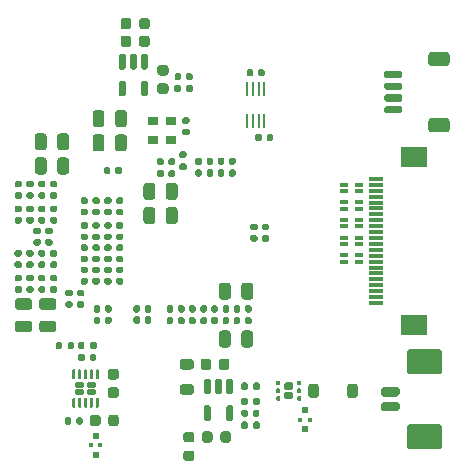
<source format=gbr>
G04 #@! TF.GenerationSoftware,KiCad,Pcbnew,8.0.4*
G04 #@! TF.CreationDate,2025-01-16T23:08:25-08:00*
G04 #@! TF.ProjectId,GMAX4002_MIPI_Breakout,474d4158-3430-4303-925f-4d4950495f42,rev?*
G04 #@! TF.SameCoordinates,Original*
G04 #@! TF.FileFunction,Paste,Top*
G04 #@! TF.FilePolarity,Positive*
%FSLAX46Y46*%
G04 Gerber Fmt 4.6, Leading zero omitted, Abs format (unit mm)*
G04 Created by KiCad (PCBNEW 8.0.4) date 2025-01-16 23:08:25*
%MOMM*%
%LPD*%
G01*
G04 APERTURE LIST*
%ADD10R,0.254000X1.168400*%
%ADD11R,0.850000X0.650000*%
%ADD12R,0.700000X0.300000*%
%ADD13R,0.600000X0.600000*%
%ADD14R,0.400000X0.400000*%
%ADD15R,2.200000X1.800000*%
%ADD16R,1.300000X0.300000*%
G04 APERTURE END LIST*
G04 #@! TO.C,C69*
G36*
G01*
X15860000Y-13380000D02*
X15860000Y-13720000D01*
G75*
G02*
X15720000Y-13860000I-140000J0D01*
G01*
X15440000Y-13860000D01*
G75*
G02*
X15300000Y-13720000I0J140000D01*
G01*
X15300000Y-13380000D01*
G75*
G02*
X15440000Y-13240000I140000J0D01*
G01*
X15720000Y-13240000D01*
G75*
G02*
X15860000Y-13380000I0J-140000D01*
G01*
G37*
G36*
G01*
X14900000Y-13380000D02*
X14900000Y-13720000D01*
G75*
G02*
X14760000Y-13860000I-140000J0D01*
G01*
X14480000Y-13860000D01*
G75*
G02*
X14340000Y-13720000I0J140000D01*
G01*
X14340000Y-13380000D01*
G75*
G02*
X14480000Y-13240000I140000J0D01*
G01*
X14760000Y-13240000D01*
G75*
G02*
X14900000Y-13380000I0J-140000D01*
G01*
G37*
G04 #@! TD*
D10*
G04 #@! TO.C,U7*
X27950001Y-9371600D03*
X27450000Y-9371600D03*
X26950000Y-9371600D03*
X26449999Y-9371600D03*
X26449999Y-6628400D03*
X26950000Y-6628400D03*
X27450000Y-6628400D03*
X27950001Y-6628400D03*
G04 #@! TD*
G04 #@! TO.C,J3*
G36*
G01*
X39475000Y-8700000D02*
X38225000Y-8700000D01*
G75*
G02*
X38075000Y-8550000I0J150000D01*
G01*
X38075000Y-8250000D01*
G75*
G02*
X38225000Y-8100000I150000J0D01*
G01*
X39475000Y-8100000D01*
G75*
G02*
X39625000Y-8250000I0J-150000D01*
G01*
X39625000Y-8550000D01*
G75*
G02*
X39475000Y-8700000I-150000J0D01*
G01*
G37*
G36*
G01*
X39475000Y-7700000D02*
X38225000Y-7700000D01*
G75*
G02*
X38075000Y-7550000I0J150000D01*
G01*
X38075000Y-7250000D01*
G75*
G02*
X38225000Y-7100000I150000J0D01*
G01*
X39475000Y-7100000D01*
G75*
G02*
X39625000Y-7250000I0J-150000D01*
G01*
X39625000Y-7550000D01*
G75*
G02*
X39475000Y-7700000I-150000J0D01*
G01*
G37*
G36*
G01*
X39475000Y-6700000D02*
X38225000Y-6700000D01*
G75*
G02*
X38075000Y-6550000I0J150000D01*
G01*
X38075000Y-6250000D01*
G75*
G02*
X38225000Y-6100000I150000J0D01*
G01*
X39475000Y-6100000D01*
G75*
G02*
X39625000Y-6250000I0J-150000D01*
G01*
X39625000Y-6550000D01*
G75*
G02*
X39475000Y-6700000I-150000J0D01*
G01*
G37*
G36*
G01*
X39475000Y-5700000D02*
X38225000Y-5700000D01*
G75*
G02*
X38075000Y-5550000I0J150000D01*
G01*
X38075000Y-5250000D01*
G75*
G02*
X38225000Y-5100000I150000J0D01*
G01*
X39475000Y-5100000D01*
G75*
G02*
X39625000Y-5250000I0J-150000D01*
G01*
X39625000Y-5550000D01*
G75*
G02*
X39475000Y-5700000I-150000J0D01*
G01*
G37*
G36*
G01*
X43375000Y-10300000D02*
X42075000Y-10300000D01*
G75*
G02*
X41825000Y-10050000I0J250000D01*
G01*
X41825000Y-9350000D01*
G75*
G02*
X42075000Y-9100000I250000J0D01*
G01*
X43375000Y-9100000D01*
G75*
G02*
X43625000Y-9350000I0J-250000D01*
G01*
X43625000Y-10050000D01*
G75*
G02*
X43375000Y-10300000I-250000J0D01*
G01*
G37*
G36*
G01*
X43375000Y-4700000D02*
X42075000Y-4700000D01*
G75*
G02*
X41825000Y-4450000I0J250000D01*
G01*
X41825000Y-3750000D01*
G75*
G02*
X42075000Y-3500000I250000J0D01*
G01*
X43375000Y-3500000D01*
G75*
G02*
X43625000Y-3750000I0J-250000D01*
G01*
X43625000Y-4450000D01*
G75*
G02*
X43375000Y-4700000I-250000J0D01*
G01*
G37*
G04 #@! TD*
G04 #@! TO.C,FB2*
G36*
G01*
X18225000Y-843750D02*
X18225000Y-1356250D01*
G75*
G02*
X18006250Y-1575000I-218750J0D01*
G01*
X17568750Y-1575000D01*
G75*
G02*
X17350000Y-1356250I0J218750D01*
G01*
X17350000Y-843750D01*
G75*
G02*
X17568750Y-625000I218750J0D01*
G01*
X18006250Y-625000D01*
G75*
G02*
X18225000Y-843750I0J-218750D01*
G01*
G37*
G36*
G01*
X16650000Y-843750D02*
X16650000Y-1356250D01*
G75*
G02*
X16431250Y-1575000I-218750J0D01*
G01*
X15993750Y-1575000D01*
G75*
G02*
X15775000Y-1356250I0J218750D01*
G01*
X15775000Y-843750D01*
G75*
G02*
X15993750Y-625000I218750J0D01*
G01*
X16431250Y-625000D01*
G75*
G02*
X16650000Y-843750I0J-218750D01*
G01*
G37*
G04 #@! TD*
G04 #@! TO.C,C104*
G36*
G01*
X15300000Y-11675000D02*
X15300000Y-10725000D01*
G75*
G02*
X15550000Y-10475000I250000J0D01*
G01*
X16050000Y-10475000D01*
G75*
G02*
X16300000Y-10725000I0J-250000D01*
G01*
X16300000Y-11675000D01*
G75*
G02*
X16050000Y-11925000I-250000J0D01*
G01*
X15550000Y-11925000D01*
G75*
G02*
X15300000Y-11675000I0J250000D01*
G01*
G37*
G36*
G01*
X13400000Y-11675000D02*
X13400000Y-10725000D01*
G75*
G02*
X13650000Y-10475000I250000J0D01*
G01*
X14150000Y-10475000D01*
G75*
G02*
X14400000Y-10725000I0J-250000D01*
G01*
X14400000Y-11675000D01*
G75*
G02*
X14150000Y-11925000I-250000J0D01*
G01*
X13650000Y-11925000D01*
G75*
G02*
X13400000Y-11675000I0J250000D01*
G01*
G37*
G04 #@! TD*
G04 #@! TO.C,C103*
G36*
G01*
X15300000Y-9625000D02*
X15300000Y-8675000D01*
G75*
G02*
X15550000Y-8425000I250000J0D01*
G01*
X16050000Y-8425000D01*
G75*
G02*
X16300000Y-8675000I0J-250000D01*
G01*
X16300000Y-9625000D01*
G75*
G02*
X16050000Y-9875000I-250000J0D01*
G01*
X15550000Y-9875000D01*
G75*
G02*
X15300000Y-9625000I0J250000D01*
G01*
G37*
G36*
G01*
X13400000Y-9625000D02*
X13400000Y-8675000D01*
G75*
G02*
X13650000Y-8425000I250000J0D01*
G01*
X14150000Y-8425000D01*
G75*
G02*
X14400000Y-8675000I0J-250000D01*
G01*
X14400000Y-9625000D01*
G75*
G02*
X14150000Y-9875000I-250000J0D01*
G01*
X13650000Y-9875000D01*
G75*
G02*
X13400000Y-9625000I0J250000D01*
G01*
G37*
G04 #@! TD*
G04 #@! TO.C,C102*
G36*
G01*
X9500000Y-10635000D02*
X9500000Y-11585000D01*
G75*
G02*
X9250000Y-11835000I-250000J0D01*
G01*
X8750000Y-11835000D01*
G75*
G02*
X8500000Y-11585000I0J250000D01*
G01*
X8500000Y-10635000D01*
G75*
G02*
X8750000Y-10385000I250000J0D01*
G01*
X9250000Y-10385000D01*
G75*
G02*
X9500000Y-10635000I0J-250000D01*
G01*
G37*
G36*
G01*
X11400000Y-10635000D02*
X11400000Y-11585000D01*
G75*
G02*
X11150000Y-11835000I-250000J0D01*
G01*
X10650000Y-11835000D01*
G75*
G02*
X10400000Y-11585000I0J250000D01*
G01*
X10400000Y-10635000D01*
G75*
G02*
X10650000Y-10385000I250000J0D01*
G01*
X11150000Y-10385000D01*
G75*
G02*
X11400000Y-10635000I0J-250000D01*
G01*
G37*
G04 #@! TD*
G04 #@! TO.C,C101*
G36*
G01*
X9500000Y-12675000D02*
X9500000Y-13625000D01*
G75*
G02*
X9250000Y-13875000I-250000J0D01*
G01*
X8750000Y-13875000D01*
G75*
G02*
X8500000Y-13625000I0J250000D01*
G01*
X8500000Y-12675000D01*
G75*
G02*
X8750000Y-12425000I250000J0D01*
G01*
X9250000Y-12425000D01*
G75*
G02*
X9500000Y-12675000I0J-250000D01*
G01*
G37*
G36*
G01*
X11400000Y-12675000D02*
X11400000Y-13625000D01*
G75*
G02*
X11150000Y-13875000I-250000J0D01*
G01*
X10650000Y-13875000D01*
G75*
G02*
X10400000Y-13625000I0J250000D01*
G01*
X10400000Y-12675000D01*
G75*
G02*
X10650000Y-12425000I250000J0D01*
G01*
X11150000Y-12425000D01*
G75*
G02*
X11400000Y-12675000I0J-250000D01*
G01*
G37*
G04 #@! TD*
G04 #@! TO.C,C100*
G36*
G01*
X14050000Y-25080000D02*
X14050000Y-25420000D01*
G75*
G02*
X13910000Y-25560000I-140000J0D01*
G01*
X13630000Y-25560000D01*
G75*
G02*
X13490000Y-25420000I0J140000D01*
G01*
X13490000Y-25080000D01*
G75*
G02*
X13630000Y-24940000I140000J0D01*
G01*
X13910000Y-24940000D01*
G75*
G02*
X14050000Y-25080000I0J-140000D01*
G01*
G37*
G36*
G01*
X15010000Y-25080000D02*
X15010000Y-25420000D01*
G75*
G02*
X14870000Y-25560000I-140000J0D01*
G01*
X14590000Y-25560000D01*
G75*
G02*
X14450000Y-25420000I0J140000D01*
G01*
X14450000Y-25080000D01*
G75*
G02*
X14590000Y-24940000I140000J0D01*
G01*
X14870000Y-24940000D01*
G75*
G02*
X15010000Y-25080000I0J-140000D01*
G01*
G37*
G04 #@! TD*
G04 #@! TO.C,C99*
G36*
G01*
X14050000Y-26050000D02*
X14050000Y-26390000D01*
G75*
G02*
X13910000Y-26530000I-140000J0D01*
G01*
X13630000Y-26530000D01*
G75*
G02*
X13490000Y-26390000I0J140000D01*
G01*
X13490000Y-26050000D01*
G75*
G02*
X13630000Y-25910000I140000J0D01*
G01*
X13910000Y-25910000D01*
G75*
G02*
X14050000Y-26050000I0J-140000D01*
G01*
G37*
G36*
G01*
X15010000Y-26050000D02*
X15010000Y-26390000D01*
G75*
G02*
X14870000Y-26530000I-140000J0D01*
G01*
X14590000Y-26530000D01*
G75*
G02*
X14450000Y-26390000I0J140000D01*
G01*
X14450000Y-26050000D01*
G75*
G02*
X14590000Y-25910000I140000J0D01*
G01*
X14870000Y-25910000D01*
G75*
G02*
X15010000Y-26050000I0J-140000D01*
G01*
G37*
G04 #@! TD*
G04 #@! TO.C,C94*
G36*
G01*
X22090000Y-13920000D02*
X22090000Y-13580000D01*
G75*
G02*
X22230000Y-13440000I140000J0D01*
G01*
X22510000Y-13440000D01*
G75*
G02*
X22650000Y-13580000I0J-140000D01*
G01*
X22650000Y-13920000D01*
G75*
G02*
X22510000Y-14060000I-140000J0D01*
G01*
X22230000Y-14060000D01*
G75*
G02*
X22090000Y-13920000I0J140000D01*
G01*
G37*
G36*
G01*
X23050000Y-13920000D02*
X23050000Y-13580000D01*
G75*
G02*
X23190000Y-13440000I140000J0D01*
G01*
X23470000Y-13440000D01*
G75*
G02*
X23610000Y-13580000I0J-140000D01*
G01*
X23610000Y-13920000D01*
G75*
G02*
X23470000Y-14060000I-140000J0D01*
G01*
X23190000Y-14060000D01*
G75*
G02*
X23050000Y-13920000I0J140000D01*
G01*
G37*
G04 #@! TD*
G04 #@! TO.C,C93*
G36*
G01*
X22090000Y-12930000D02*
X22090000Y-12590000D01*
G75*
G02*
X22230000Y-12450000I140000J0D01*
G01*
X22510000Y-12450000D01*
G75*
G02*
X22650000Y-12590000I0J-140000D01*
G01*
X22650000Y-12930000D01*
G75*
G02*
X22510000Y-13070000I-140000J0D01*
G01*
X22230000Y-13070000D01*
G75*
G02*
X22090000Y-12930000I0J140000D01*
G01*
G37*
G36*
G01*
X23050000Y-12930000D02*
X23050000Y-12590000D01*
G75*
G02*
X23190000Y-12450000I140000J0D01*
G01*
X23470000Y-12450000D01*
G75*
G02*
X23610000Y-12590000I0J-140000D01*
G01*
X23610000Y-12930000D01*
G75*
G02*
X23470000Y-13070000I-140000J0D01*
G01*
X23190000Y-13070000D01*
G75*
G02*
X23050000Y-12930000I0J140000D01*
G01*
G37*
G04 #@! TD*
G04 #@! TO.C,C65*
G36*
G01*
X9930000Y-23330000D02*
X10270000Y-23330000D01*
G75*
G02*
X10410000Y-23470000I0J-140000D01*
G01*
X10410000Y-23750000D01*
G75*
G02*
X10270000Y-23890000I-140000J0D01*
G01*
X9930000Y-23890000D01*
G75*
G02*
X9790000Y-23750000I0J140000D01*
G01*
X9790000Y-23470000D01*
G75*
G02*
X9930000Y-23330000I140000J0D01*
G01*
G37*
G36*
G01*
X9930000Y-22370000D02*
X10270000Y-22370000D01*
G75*
G02*
X10410000Y-22510000I0J-140000D01*
G01*
X10410000Y-22790000D01*
G75*
G02*
X10270000Y-22930000I-140000J0D01*
G01*
X9930000Y-22930000D01*
G75*
G02*
X9790000Y-22790000I0J140000D01*
G01*
X9790000Y-22510000D01*
G75*
G02*
X9930000Y-22370000I140000J0D01*
G01*
G37*
G04 #@! TD*
G04 #@! TO.C,C57*
G36*
G01*
X8930000Y-23330000D02*
X9270000Y-23330000D01*
G75*
G02*
X9410000Y-23470000I0J-140000D01*
G01*
X9410000Y-23750000D01*
G75*
G02*
X9270000Y-23890000I-140000J0D01*
G01*
X8930000Y-23890000D01*
G75*
G02*
X8790000Y-23750000I0J140000D01*
G01*
X8790000Y-23470000D01*
G75*
G02*
X8930000Y-23330000I140000J0D01*
G01*
G37*
G36*
G01*
X8930000Y-22370000D02*
X9270000Y-22370000D01*
G75*
G02*
X9410000Y-22510000I0J-140000D01*
G01*
X9410000Y-22790000D01*
G75*
G02*
X9270000Y-22930000I-140000J0D01*
G01*
X8930000Y-22930000D01*
G75*
G02*
X8790000Y-22790000I0J140000D01*
G01*
X8790000Y-22510000D01*
G75*
G02*
X8930000Y-22370000I140000J0D01*
G01*
G37*
G04 #@! TD*
G04 #@! TO.C,C64*
G36*
G01*
X8270000Y-15930000D02*
X7930000Y-15930000D01*
G75*
G02*
X7790000Y-15790000I0J140000D01*
G01*
X7790000Y-15510000D01*
G75*
G02*
X7930000Y-15370000I140000J0D01*
G01*
X8270000Y-15370000D01*
G75*
G02*
X8410000Y-15510000I0J-140000D01*
G01*
X8410000Y-15790000D01*
G75*
G02*
X8270000Y-15930000I-140000J0D01*
G01*
G37*
G36*
G01*
X8270000Y-14970000D02*
X7930000Y-14970000D01*
G75*
G02*
X7790000Y-14830000I0J140000D01*
G01*
X7790000Y-14550000D01*
G75*
G02*
X7930000Y-14410000I140000J0D01*
G01*
X8270000Y-14410000D01*
G75*
G02*
X8410000Y-14550000I0J-140000D01*
G01*
X8410000Y-14830000D01*
G75*
G02*
X8270000Y-14970000I-140000J0D01*
G01*
G37*
G04 #@! TD*
G04 #@! TO.C,C63*
G36*
G01*
X14860000Y-16370000D02*
X14520000Y-16370000D01*
G75*
G02*
X14380000Y-16230000I0J140000D01*
G01*
X14380000Y-15950000D01*
G75*
G02*
X14520000Y-15810000I140000J0D01*
G01*
X14860000Y-15810000D01*
G75*
G02*
X15000000Y-15950000I0J-140000D01*
G01*
X15000000Y-16230000D01*
G75*
G02*
X14860000Y-16370000I-140000J0D01*
G01*
G37*
G36*
G01*
X14860000Y-17330000D02*
X14520000Y-17330000D01*
G75*
G02*
X14380000Y-17190000I0J140000D01*
G01*
X14380000Y-16910000D01*
G75*
G02*
X14520000Y-16770000I140000J0D01*
G01*
X14860000Y-16770000D01*
G75*
G02*
X15000000Y-16910000I0J-140000D01*
G01*
X15000000Y-17190000D01*
G75*
G02*
X14860000Y-17330000I-140000J0D01*
G01*
G37*
G04 #@! TD*
G04 #@! TO.C,C56*
G36*
G01*
X10270000Y-15930000D02*
X9930000Y-15930000D01*
G75*
G02*
X9790000Y-15790000I0J140000D01*
G01*
X9790000Y-15510000D01*
G75*
G02*
X9930000Y-15370000I140000J0D01*
G01*
X10270000Y-15370000D01*
G75*
G02*
X10410000Y-15510000I0J-140000D01*
G01*
X10410000Y-15790000D01*
G75*
G02*
X10270000Y-15930000I-140000J0D01*
G01*
G37*
G36*
G01*
X10270000Y-14970000D02*
X9930000Y-14970000D01*
G75*
G02*
X9790000Y-14830000I0J140000D01*
G01*
X9790000Y-14550000D01*
G75*
G02*
X9930000Y-14410000I140000J0D01*
G01*
X10270000Y-14410000D01*
G75*
G02*
X10410000Y-14550000I0J-140000D01*
G01*
X10410000Y-14830000D01*
G75*
G02*
X10270000Y-14970000I-140000J0D01*
G01*
G37*
G04 #@! TD*
G04 #@! TO.C,C55*
G36*
G01*
X15860000Y-16370000D02*
X15520000Y-16370000D01*
G75*
G02*
X15380000Y-16230000I0J140000D01*
G01*
X15380000Y-15950000D01*
G75*
G02*
X15520000Y-15810000I140000J0D01*
G01*
X15860000Y-15810000D01*
G75*
G02*
X16000000Y-15950000I0J-140000D01*
G01*
X16000000Y-16230000D01*
G75*
G02*
X15860000Y-16370000I-140000J0D01*
G01*
G37*
G36*
G01*
X15860000Y-17330000D02*
X15520000Y-17330000D01*
G75*
G02*
X15380000Y-17190000I0J140000D01*
G01*
X15380000Y-16910000D01*
G75*
G02*
X15520000Y-16770000I140000J0D01*
G01*
X15860000Y-16770000D01*
G75*
G02*
X16000000Y-16910000I0J-140000D01*
G01*
X16000000Y-17190000D01*
G75*
G02*
X15860000Y-17330000I-140000J0D01*
G01*
G37*
G04 #@! TD*
G04 #@! TO.C,C50*
G36*
G01*
X13860000Y-21310000D02*
X13520000Y-21310000D01*
G75*
G02*
X13380000Y-21170000I0J140000D01*
G01*
X13380000Y-20890000D01*
G75*
G02*
X13520000Y-20750000I140000J0D01*
G01*
X13860000Y-20750000D01*
G75*
G02*
X14000000Y-20890000I0J-140000D01*
G01*
X14000000Y-21170000D01*
G75*
G02*
X13860000Y-21310000I-140000J0D01*
G01*
G37*
G36*
G01*
X13860000Y-20350000D02*
X13520000Y-20350000D01*
G75*
G02*
X13380000Y-20210000I0J140000D01*
G01*
X13380000Y-19930000D01*
G75*
G02*
X13520000Y-19790000I140000J0D01*
G01*
X13860000Y-19790000D01*
G75*
G02*
X14000000Y-19930000I0J-140000D01*
G01*
X14000000Y-20210000D01*
G75*
G02*
X13860000Y-20350000I-140000J0D01*
G01*
G37*
G04 #@! TD*
G04 #@! TO.C,C49*
G36*
G01*
X15860000Y-18470000D02*
X15520000Y-18470000D01*
G75*
G02*
X15380000Y-18330000I0J140000D01*
G01*
X15380000Y-18050000D01*
G75*
G02*
X15520000Y-17910000I140000J0D01*
G01*
X15860000Y-17910000D01*
G75*
G02*
X16000000Y-18050000I0J-140000D01*
G01*
X16000000Y-18330000D01*
G75*
G02*
X15860000Y-18470000I-140000J0D01*
G01*
G37*
G36*
G01*
X15860000Y-19430000D02*
X15520000Y-19430000D01*
G75*
G02*
X15380000Y-19290000I0J140000D01*
G01*
X15380000Y-19010000D01*
G75*
G02*
X15520000Y-18870000I140000J0D01*
G01*
X15860000Y-18870000D01*
G75*
G02*
X16000000Y-19010000I0J-140000D01*
G01*
X16000000Y-19290000D01*
G75*
G02*
X15860000Y-19430000I-140000J0D01*
G01*
G37*
G04 #@! TD*
G04 #@! TO.C,C46*
G36*
G01*
X12860000Y-21310000D02*
X12520000Y-21310000D01*
G75*
G02*
X12380000Y-21170000I0J140000D01*
G01*
X12380000Y-20890000D01*
G75*
G02*
X12520000Y-20750000I140000J0D01*
G01*
X12860000Y-20750000D01*
G75*
G02*
X13000000Y-20890000I0J-140000D01*
G01*
X13000000Y-21170000D01*
G75*
G02*
X12860000Y-21310000I-140000J0D01*
G01*
G37*
G36*
G01*
X12860000Y-20350000D02*
X12520000Y-20350000D01*
G75*
G02*
X12380000Y-20210000I0J140000D01*
G01*
X12380000Y-19930000D01*
G75*
G02*
X12520000Y-19790000I140000J0D01*
G01*
X12860000Y-19790000D01*
G75*
G02*
X13000000Y-19930000I0J-140000D01*
G01*
X13000000Y-20210000D01*
G75*
G02*
X12860000Y-20350000I-140000J0D01*
G01*
G37*
G04 #@! TD*
G04 #@! TO.C,C45*
G36*
G01*
X14860000Y-18470000D02*
X14520000Y-18470000D01*
G75*
G02*
X14380000Y-18330000I0J140000D01*
G01*
X14380000Y-18050000D01*
G75*
G02*
X14520000Y-17910000I140000J0D01*
G01*
X14860000Y-17910000D01*
G75*
G02*
X15000000Y-18050000I0J-140000D01*
G01*
X15000000Y-18330000D01*
G75*
G02*
X14860000Y-18470000I-140000J0D01*
G01*
G37*
G36*
G01*
X14860000Y-19430000D02*
X14520000Y-19430000D01*
G75*
G02*
X14380000Y-19290000I0J140000D01*
G01*
X14380000Y-19010000D01*
G75*
G02*
X14520000Y-18870000I140000J0D01*
G01*
X14860000Y-18870000D01*
G75*
G02*
X15000000Y-19010000I0J-140000D01*
G01*
X15000000Y-19290000D01*
G75*
G02*
X14860000Y-19430000I-140000J0D01*
G01*
G37*
G04 #@! TD*
G04 #@! TO.C,C42*
G36*
G01*
X6920000Y-20270000D02*
X7260000Y-20270000D01*
G75*
G02*
X7400000Y-20410000I0J-140000D01*
G01*
X7400000Y-20690000D01*
G75*
G02*
X7260000Y-20830000I-140000J0D01*
G01*
X6920000Y-20830000D01*
G75*
G02*
X6780000Y-20690000I0J140000D01*
G01*
X6780000Y-20410000D01*
G75*
G02*
X6920000Y-20270000I140000J0D01*
G01*
G37*
G36*
G01*
X6920000Y-21230000D02*
X7260000Y-21230000D01*
G75*
G02*
X7400000Y-21370000I0J-140000D01*
G01*
X7400000Y-21650000D01*
G75*
G02*
X7260000Y-21790000I-140000J0D01*
G01*
X6920000Y-21790000D01*
G75*
G02*
X6780000Y-21650000I0J140000D01*
G01*
X6780000Y-21370000D01*
G75*
G02*
X6920000Y-21230000I140000J0D01*
G01*
G37*
G04 #@! TD*
G04 #@! TO.C,C41*
G36*
G01*
X12520000Y-22630000D02*
X12860000Y-22630000D01*
G75*
G02*
X13000000Y-22770000I0J-140000D01*
G01*
X13000000Y-23050000D01*
G75*
G02*
X12860000Y-23190000I-140000J0D01*
G01*
X12520000Y-23190000D01*
G75*
G02*
X12380000Y-23050000I0J140000D01*
G01*
X12380000Y-22770000D01*
G75*
G02*
X12520000Y-22630000I140000J0D01*
G01*
G37*
G36*
G01*
X12520000Y-21670000D02*
X12860000Y-21670000D01*
G75*
G02*
X13000000Y-21810000I0J-140000D01*
G01*
X13000000Y-22090000D01*
G75*
G02*
X12860000Y-22230000I-140000J0D01*
G01*
X12520000Y-22230000D01*
G75*
G02*
X12380000Y-22090000I0J140000D01*
G01*
X12380000Y-21810000D01*
G75*
G02*
X12520000Y-21670000I140000J0D01*
G01*
G37*
G04 #@! TD*
G04 #@! TO.C,C38*
G36*
G01*
X8920000Y-20270000D02*
X9260000Y-20270000D01*
G75*
G02*
X9400000Y-20410000I0J-140000D01*
G01*
X9400000Y-20690000D01*
G75*
G02*
X9260000Y-20830000I-140000J0D01*
G01*
X8920000Y-20830000D01*
G75*
G02*
X8780000Y-20690000I0J140000D01*
G01*
X8780000Y-20410000D01*
G75*
G02*
X8920000Y-20270000I140000J0D01*
G01*
G37*
G36*
G01*
X8920000Y-21230000D02*
X9260000Y-21230000D01*
G75*
G02*
X9400000Y-21370000I0J-140000D01*
G01*
X9400000Y-21650000D01*
G75*
G02*
X9260000Y-21790000I-140000J0D01*
G01*
X8920000Y-21790000D01*
G75*
G02*
X8780000Y-21650000I0J140000D01*
G01*
X8780000Y-21370000D01*
G75*
G02*
X8920000Y-21230000I140000J0D01*
G01*
G37*
G04 #@! TD*
G04 #@! TO.C,C37*
G36*
G01*
X15520000Y-22630000D02*
X15860000Y-22630000D01*
G75*
G02*
X16000000Y-22770000I0J-140000D01*
G01*
X16000000Y-23050000D01*
G75*
G02*
X15860000Y-23190000I-140000J0D01*
G01*
X15520000Y-23190000D01*
G75*
G02*
X15380000Y-23050000I0J140000D01*
G01*
X15380000Y-22770000D01*
G75*
G02*
X15520000Y-22630000I140000J0D01*
G01*
G37*
G36*
G01*
X15520000Y-21670000D02*
X15860000Y-21670000D01*
G75*
G02*
X16000000Y-21810000I0J-140000D01*
G01*
X16000000Y-22090000D01*
G75*
G02*
X15860000Y-22230000I-140000J0D01*
G01*
X15520000Y-22230000D01*
G75*
G02*
X15380000Y-22090000I0J140000D01*
G01*
X15380000Y-21810000D01*
G75*
G02*
X15520000Y-21670000I140000J0D01*
G01*
G37*
G04 #@! TD*
G04 #@! TO.C,C32*
G36*
G01*
X8530000Y-19330000D02*
X8870000Y-19330000D01*
G75*
G02*
X9010000Y-19470000I0J-140000D01*
G01*
X9010000Y-19750000D01*
G75*
G02*
X8870000Y-19890000I-140000J0D01*
G01*
X8530000Y-19890000D01*
G75*
G02*
X8390000Y-19750000I0J140000D01*
G01*
X8390000Y-19470000D01*
G75*
G02*
X8530000Y-19330000I140000J0D01*
G01*
G37*
G36*
G01*
X8530000Y-18370000D02*
X8870000Y-18370000D01*
G75*
G02*
X9010000Y-18510000I0J-140000D01*
G01*
X9010000Y-18790000D01*
G75*
G02*
X8870000Y-18930000I-140000J0D01*
G01*
X8530000Y-18930000D01*
G75*
G02*
X8390000Y-18790000I0J140000D01*
G01*
X8390000Y-18510000D01*
G75*
G02*
X8530000Y-18370000I140000J0D01*
G01*
G37*
G04 #@! TD*
G04 #@! TO.C,C30*
G36*
G01*
X9270000Y-17070000D02*
X8930000Y-17070000D01*
G75*
G02*
X8790000Y-16930000I0J140000D01*
G01*
X8790000Y-16650000D01*
G75*
G02*
X8930000Y-16510000I140000J0D01*
G01*
X9270000Y-16510000D01*
G75*
G02*
X9410000Y-16650000I0J-140000D01*
G01*
X9410000Y-16930000D01*
G75*
G02*
X9270000Y-17070000I-140000J0D01*
G01*
G37*
G36*
G01*
X9270000Y-18030000D02*
X8930000Y-18030000D01*
G75*
G02*
X8790000Y-17890000I0J140000D01*
G01*
X8790000Y-17610000D01*
G75*
G02*
X8930000Y-17470000I140000J0D01*
G01*
X9270000Y-17470000D01*
G75*
G02*
X9410000Y-17610000I0J-140000D01*
G01*
X9410000Y-17890000D01*
G75*
G02*
X9270000Y-18030000I-140000J0D01*
G01*
G37*
G04 #@! TD*
G04 #@! TO.C,C29*
G36*
G01*
X10270000Y-17070000D02*
X9930000Y-17070000D01*
G75*
G02*
X9790000Y-16930000I0J140000D01*
G01*
X9790000Y-16650000D01*
G75*
G02*
X9930000Y-16510000I140000J0D01*
G01*
X10270000Y-16510000D01*
G75*
G02*
X10410000Y-16650000I0J-140000D01*
G01*
X10410000Y-16930000D01*
G75*
G02*
X10270000Y-17070000I-140000J0D01*
G01*
G37*
G36*
G01*
X10270000Y-18030000D02*
X9930000Y-18030000D01*
G75*
G02*
X9790000Y-17890000I0J140000D01*
G01*
X9790000Y-17610000D01*
G75*
G02*
X9930000Y-17470000I140000J0D01*
G01*
X10270000Y-17470000D01*
G75*
G02*
X10410000Y-17610000I0J-140000D01*
G01*
X10410000Y-17890000D01*
G75*
G02*
X10270000Y-18030000I-140000J0D01*
G01*
G37*
G04 #@! TD*
D11*
G04 #@! TO.C,U8*
X20075000Y-9325000D03*
X20075000Y-10975000D03*
X18525000Y-10975000D03*
X18525000Y-9325000D03*
G04 #@! TD*
G04 #@! TO.C,U6*
G36*
G01*
X17650000Y-3662500D02*
X17950000Y-3662500D01*
G75*
G02*
X18100000Y-3812500I0J-150000D01*
G01*
X18100000Y-4837500D01*
G75*
G02*
X17950000Y-4987500I-150000J0D01*
G01*
X17650000Y-4987500D01*
G75*
G02*
X17500000Y-4837500I0J150000D01*
G01*
X17500000Y-3812500D01*
G75*
G02*
X17650000Y-3662500I150000J0D01*
G01*
G37*
G36*
G01*
X16700000Y-3662500D02*
X17000000Y-3662500D01*
G75*
G02*
X17150000Y-3812500I0J-150000D01*
G01*
X17150000Y-4837500D01*
G75*
G02*
X17000000Y-4987500I-150000J0D01*
G01*
X16700000Y-4987500D01*
G75*
G02*
X16550000Y-4837500I0J150000D01*
G01*
X16550000Y-3812500D01*
G75*
G02*
X16700000Y-3662500I150000J0D01*
G01*
G37*
G36*
G01*
X15750000Y-3662500D02*
X16050000Y-3662500D01*
G75*
G02*
X16200000Y-3812500I0J-150000D01*
G01*
X16200000Y-4837500D01*
G75*
G02*
X16050000Y-4987500I-150000J0D01*
G01*
X15750000Y-4987500D01*
G75*
G02*
X15600000Y-4837500I0J150000D01*
G01*
X15600000Y-3812500D01*
G75*
G02*
X15750000Y-3662500I150000J0D01*
G01*
G37*
G36*
G01*
X15750000Y-5937500D02*
X16050000Y-5937500D01*
G75*
G02*
X16200000Y-6087500I0J-150000D01*
G01*
X16200000Y-7112500D01*
G75*
G02*
X16050000Y-7262500I-150000J0D01*
G01*
X15750000Y-7262500D01*
G75*
G02*
X15600000Y-7112500I0J150000D01*
G01*
X15600000Y-6087500D01*
G75*
G02*
X15750000Y-5937500I150000J0D01*
G01*
G37*
G36*
G01*
X17650000Y-5937500D02*
X17950000Y-5937500D01*
G75*
G02*
X18100000Y-6087500I0J-150000D01*
G01*
X18100000Y-7112500D01*
G75*
G02*
X17950000Y-7262500I-150000J0D01*
G01*
X17650000Y-7262500D01*
G75*
G02*
X17500000Y-7112500I0J150000D01*
G01*
X17500000Y-6087500D01*
G75*
G02*
X17650000Y-5937500I150000J0D01*
G01*
G37*
G04 #@! TD*
G04 #@! TO.C,U5*
G36*
G01*
X13737500Y-32800000D02*
X13862500Y-32800000D01*
G75*
G02*
X13925000Y-32862500I0J-62500D01*
G01*
X13925000Y-33562500D01*
G75*
G02*
X13862500Y-33625000I-62500J0D01*
G01*
X13737500Y-33625000D01*
G75*
G02*
X13675000Y-33562500I0J62500D01*
G01*
X13675000Y-32862500D01*
G75*
G02*
X13737500Y-32800000I62500J0D01*
G01*
G37*
G36*
G01*
X13237500Y-32800000D02*
X13362500Y-32800000D01*
G75*
G02*
X13425000Y-32862500I0J-62500D01*
G01*
X13425000Y-33562500D01*
G75*
G02*
X13362500Y-33625000I-62500J0D01*
G01*
X13237500Y-33625000D01*
G75*
G02*
X13175000Y-33562500I0J62500D01*
G01*
X13175000Y-32862500D01*
G75*
G02*
X13237500Y-32800000I62500J0D01*
G01*
G37*
G36*
G01*
X12737500Y-32800000D02*
X12862500Y-32800000D01*
G75*
G02*
X12925000Y-32862500I0J-62500D01*
G01*
X12925000Y-33562500D01*
G75*
G02*
X12862500Y-33625000I-62500J0D01*
G01*
X12737500Y-33625000D01*
G75*
G02*
X12675000Y-33562500I0J62500D01*
G01*
X12675000Y-32862500D01*
G75*
G02*
X12737500Y-32800000I62500J0D01*
G01*
G37*
G36*
G01*
X12237500Y-32800000D02*
X12362500Y-32800000D01*
G75*
G02*
X12425000Y-32862500I0J-62500D01*
G01*
X12425000Y-33562500D01*
G75*
G02*
X12362500Y-33625000I-62500J0D01*
G01*
X12237500Y-33625000D01*
G75*
G02*
X12175000Y-33562500I0J62500D01*
G01*
X12175000Y-32862500D01*
G75*
G02*
X12237500Y-32800000I62500J0D01*
G01*
G37*
G36*
G01*
X11737500Y-32800000D02*
X11862500Y-32800000D01*
G75*
G02*
X11925000Y-32862500I0J-62500D01*
G01*
X11925000Y-33562500D01*
G75*
G02*
X11862500Y-33625000I-62500J0D01*
G01*
X11737500Y-33625000D01*
G75*
G02*
X11675000Y-33562500I0J62500D01*
G01*
X11675000Y-32862500D01*
G75*
G02*
X11737500Y-32800000I62500J0D01*
G01*
G37*
G36*
G01*
X11737500Y-30375000D02*
X11862500Y-30375000D01*
G75*
G02*
X11925000Y-30437500I0J-62500D01*
G01*
X11925000Y-31137500D01*
G75*
G02*
X11862500Y-31200000I-62500J0D01*
G01*
X11737500Y-31200000D01*
G75*
G02*
X11675000Y-31137500I0J62500D01*
G01*
X11675000Y-30437500D01*
G75*
G02*
X11737500Y-30375000I62500J0D01*
G01*
G37*
G36*
G01*
X12237500Y-30375000D02*
X12362500Y-30375000D01*
G75*
G02*
X12425000Y-30437500I0J-62500D01*
G01*
X12425000Y-31137500D01*
G75*
G02*
X12362500Y-31200000I-62500J0D01*
G01*
X12237500Y-31200000D01*
G75*
G02*
X12175000Y-31137500I0J62500D01*
G01*
X12175000Y-30437500D01*
G75*
G02*
X12237500Y-30375000I62500J0D01*
G01*
G37*
G36*
G01*
X12737500Y-30375000D02*
X12862500Y-30375000D01*
G75*
G02*
X12925000Y-30437500I0J-62500D01*
G01*
X12925000Y-31137500D01*
G75*
G02*
X12862500Y-31200000I-62500J0D01*
G01*
X12737500Y-31200000D01*
G75*
G02*
X12675000Y-31137500I0J62500D01*
G01*
X12675000Y-30437500D01*
G75*
G02*
X12737500Y-30375000I62500J0D01*
G01*
G37*
G36*
G01*
X13237500Y-30375000D02*
X13362500Y-30375000D01*
G75*
G02*
X13425000Y-30437500I0J-62500D01*
G01*
X13425000Y-31137500D01*
G75*
G02*
X13362500Y-31200000I-62500J0D01*
G01*
X13237500Y-31200000D01*
G75*
G02*
X13175000Y-31137500I0J62500D01*
G01*
X13175000Y-30437500D01*
G75*
G02*
X13237500Y-30375000I62500J0D01*
G01*
G37*
G36*
G01*
X13737500Y-30375000D02*
X13862500Y-30375000D01*
G75*
G02*
X13925000Y-30437500I0J-62500D01*
G01*
X13925000Y-31137500D01*
G75*
G02*
X13862500Y-31200000I-62500J0D01*
G01*
X13737500Y-31200000D01*
G75*
G02*
X13675000Y-31137500I0J62500D01*
G01*
X13675000Y-30437500D01*
G75*
G02*
X13737500Y-30375000I62500J0D01*
G01*
G37*
G36*
G01*
X12015000Y-32060000D02*
X12585000Y-32060000D01*
G75*
G02*
X12705000Y-32180000I0J-120000D01*
G01*
X12705000Y-32420000D01*
G75*
G02*
X12585000Y-32540000I-120000J0D01*
G01*
X12015000Y-32540000D01*
G75*
G02*
X11895000Y-32420000I0J120000D01*
G01*
X11895000Y-32180000D01*
G75*
G02*
X12015000Y-32060000I120000J0D01*
G01*
G37*
G36*
G01*
X13015000Y-32060000D02*
X13585000Y-32060000D01*
G75*
G02*
X13705000Y-32180000I0J-120000D01*
G01*
X13705000Y-32420000D01*
G75*
G02*
X13585000Y-32540000I-120000J0D01*
G01*
X13015000Y-32540000D01*
G75*
G02*
X12895000Y-32420000I0J120000D01*
G01*
X12895000Y-32180000D01*
G75*
G02*
X13015000Y-32060000I120000J0D01*
G01*
G37*
G36*
G01*
X12015000Y-31460000D02*
X12585000Y-31460000D01*
G75*
G02*
X12705000Y-31580000I0J-120000D01*
G01*
X12705000Y-31820000D01*
G75*
G02*
X12585000Y-31940000I-120000J0D01*
G01*
X12015000Y-31940000D01*
G75*
G02*
X11895000Y-31820000I0J120000D01*
G01*
X11895000Y-31580000D01*
G75*
G02*
X12015000Y-31460000I120000J0D01*
G01*
G37*
G36*
G01*
X13015000Y-31460000D02*
X13585000Y-31460000D01*
G75*
G02*
X13705000Y-31580000I0J-120000D01*
G01*
X13705000Y-31820000D01*
G75*
G02*
X13585000Y-31940000I-120000J0D01*
G01*
X13015000Y-31940000D01*
G75*
G02*
X12895000Y-31820000I0J120000D01*
G01*
X12895000Y-31580000D01*
G75*
G02*
X13015000Y-31460000I120000J0D01*
G01*
G37*
G04 #@! TD*
G04 #@! TO.C,U4*
G36*
G01*
X24862500Y-33425000D02*
X25162500Y-33425000D01*
G75*
G02*
X25312500Y-33575000I0J-150000D01*
G01*
X25312500Y-34600000D01*
G75*
G02*
X25162500Y-34750000I-150000J0D01*
G01*
X24862500Y-34750000D01*
G75*
G02*
X24712500Y-34600000I0J150000D01*
G01*
X24712500Y-33575000D01*
G75*
G02*
X24862500Y-33425000I150000J0D01*
G01*
G37*
G36*
G01*
X22962500Y-33425000D02*
X23262500Y-33425000D01*
G75*
G02*
X23412500Y-33575000I0J-150000D01*
G01*
X23412500Y-34600000D01*
G75*
G02*
X23262500Y-34750000I-150000J0D01*
G01*
X22962500Y-34750000D01*
G75*
G02*
X22812500Y-34600000I0J150000D01*
G01*
X22812500Y-33575000D01*
G75*
G02*
X22962500Y-33425000I150000J0D01*
G01*
G37*
G36*
G01*
X22962500Y-31150000D02*
X23262500Y-31150000D01*
G75*
G02*
X23412500Y-31300000I0J-150000D01*
G01*
X23412500Y-32325000D01*
G75*
G02*
X23262500Y-32475000I-150000J0D01*
G01*
X22962500Y-32475000D01*
G75*
G02*
X22812500Y-32325000I0J150000D01*
G01*
X22812500Y-31300000D01*
G75*
G02*
X22962500Y-31150000I150000J0D01*
G01*
G37*
G36*
G01*
X23912500Y-31150000D02*
X24212500Y-31150000D01*
G75*
G02*
X24362500Y-31300000I0J-150000D01*
G01*
X24362500Y-32325000D01*
G75*
G02*
X24212500Y-32475000I-150000J0D01*
G01*
X23912500Y-32475000D01*
G75*
G02*
X23762500Y-32325000I0J150000D01*
G01*
X23762500Y-31300000D01*
G75*
G02*
X23912500Y-31150000I150000J0D01*
G01*
G37*
G36*
G01*
X24862500Y-31150000D02*
X25162500Y-31150000D01*
G75*
G02*
X25312500Y-31300000I0J-150000D01*
G01*
X25312500Y-32325000D01*
G75*
G02*
X25162500Y-32475000I-150000J0D01*
G01*
X24862500Y-32475000D01*
G75*
G02*
X24712500Y-32325000I0J150000D01*
G01*
X24712500Y-31300000D01*
G75*
G02*
X24862500Y-31150000I150000J0D01*
G01*
G37*
G04 #@! TD*
G04 #@! TO.C,U3*
G36*
G01*
X29595000Y-31947500D02*
X29595000Y-31627500D01*
G75*
G02*
X29755000Y-31467500I160000J0D01*
G01*
X30245000Y-31467500D01*
G75*
G02*
X30405000Y-31627500I0J-160000D01*
G01*
X30405000Y-31947500D01*
G75*
G02*
X30245000Y-32107500I-160000J0D01*
G01*
X29755000Y-32107500D01*
G75*
G02*
X29595000Y-31947500I0J160000D01*
G01*
G37*
G36*
G01*
X29595000Y-32747500D02*
X29595000Y-32427500D01*
G75*
G02*
X29755000Y-32267500I160000J0D01*
G01*
X30245000Y-32267500D01*
G75*
G02*
X30405000Y-32427500I0J-160000D01*
G01*
X30405000Y-32747500D01*
G75*
G02*
X30245000Y-32907500I-160000J0D01*
G01*
X29755000Y-32907500D01*
G75*
G02*
X29595000Y-32747500I0J160000D01*
G01*
G37*
G36*
G01*
X28925000Y-31643750D02*
X28925000Y-31431250D01*
G75*
G02*
X29018750Y-31337500I93750J0D01*
G01*
X29206250Y-31337500D01*
G75*
G02*
X29300000Y-31431250I0J-93750D01*
G01*
X29300000Y-31643750D01*
G75*
G02*
X29206250Y-31737500I-93750J0D01*
G01*
X29018750Y-31737500D01*
G75*
G02*
X28925000Y-31643750I0J93750D01*
G01*
G37*
G36*
G01*
X28925000Y-32293750D02*
X28925000Y-32081250D01*
G75*
G02*
X29018750Y-31987500I93750J0D01*
G01*
X29206250Y-31987500D01*
G75*
G02*
X29300000Y-32081250I0J-93750D01*
G01*
X29300000Y-32293750D01*
G75*
G02*
X29206250Y-32387500I-93750J0D01*
G01*
X29018750Y-32387500D01*
G75*
G02*
X28925000Y-32293750I0J93750D01*
G01*
G37*
G36*
G01*
X28925000Y-32943750D02*
X28925000Y-32731250D01*
G75*
G02*
X29018750Y-32637500I93750J0D01*
G01*
X29206250Y-32637500D01*
G75*
G02*
X29300000Y-32731250I0J-93750D01*
G01*
X29300000Y-32943750D01*
G75*
G02*
X29206250Y-33037500I-93750J0D01*
G01*
X29018750Y-33037500D01*
G75*
G02*
X28925000Y-32943750I0J93750D01*
G01*
G37*
G36*
G01*
X30700000Y-32943750D02*
X30700000Y-32731250D01*
G75*
G02*
X30793750Y-32637500I93750J0D01*
G01*
X30981250Y-32637500D01*
G75*
G02*
X31075000Y-32731250I0J-93750D01*
G01*
X31075000Y-32943750D01*
G75*
G02*
X30981250Y-33037500I-93750J0D01*
G01*
X30793750Y-33037500D01*
G75*
G02*
X30700000Y-32943750I0J93750D01*
G01*
G37*
G36*
G01*
X30700000Y-32293750D02*
X30700000Y-32081250D01*
G75*
G02*
X30793750Y-31987500I93750J0D01*
G01*
X30981250Y-31987500D01*
G75*
G02*
X31075000Y-32081250I0J-93750D01*
G01*
X31075000Y-32293750D01*
G75*
G02*
X30981250Y-32387500I-93750J0D01*
G01*
X30793750Y-32387500D01*
G75*
G02*
X30700000Y-32293750I0J93750D01*
G01*
G37*
G36*
G01*
X30700000Y-31643750D02*
X30700000Y-31431250D01*
G75*
G02*
X30793750Y-31337500I93750J0D01*
G01*
X30981250Y-31337500D01*
G75*
G02*
X31075000Y-31431250I0J-93750D01*
G01*
X31075000Y-31643750D01*
G75*
G02*
X30981250Y-31737500I-93750J0D01*
G01*
X30793750Y-31737500D01*
G75*
G02*
X30700000Y-31643750I0J93750D01*
G01*
G37*
G04 #@! TD*
G04 #@! TO.C,R10*
G36*
G01*
X25982500Y-31985000D02*
X25982500Y-31615000D01*
G75*
G02*
X26117500Y-31480000I135000J0D01*
G01*
X26387500Y-31480000D01*
G75*
G02*
X26522500Y-31615000I0J-135000D01*
G01*
X26522500Y-31985000D01*
G75*
G02*
X26387500Y-32120000I-135000J0D01*
G01*
X26117500Y-32120000D01*
G75*
G02*
X25982500Y-31985000I0J135000D01*
G01*
G37*
G36*
G01*
X27002500Y-31985000D02*
X27002500Y-31615000D01*
G75*
G02*
X27137500Y-31480000I135000J0D01*
G01*
X27407500Y-31480000D01*
G75*
G02*
X27542500Y-31615000I0J-135000D01*
G01*
X27542500Y-31985000D01*
G75*
G02*
X27407500Y-32120000I-135000J0D01*
G01*
X27137500Y-32120000D01*
G75*
G02*
X27002500Y-31985000I0J135000D01*
G01*
G37*
G04 #@! TD*
G04 #@! TO.C,R9*
G36*
G01*
X21235000Y-12460000D02*
X20865000Y-12460000D01*
G75*
G02*
X20730000Y-12325000I0J135000D01*
G01*
X20730000Y-12055000D01*
G75*
G02*
X20865000Y-11920000I135000J0D01*
G01*
X21235000Y-11920000D01*
G75*
G02*
X21370000Y-12055000I0J-135000D01*
G01*
X21370000Y-12325000D01*
G75*
G02*
X21235000Y-12460000I-135000J0D01*
G01*
G37*
G36*
G01*
X21235000Y-13480000D02*
X20865000Y-13480000D01*
G75*
G02*
X20730000Y-13345000I0J135000D01*
G01*
X20730000Y-13075000D01*
G75*
G02*
X20865000Y-12940000I135000J0D01*
G01*
X21235000Y-12940000D01*
G75*
G02*
X21370000Y-13075000I0J-135000D01*
G01*
X21370000Y-13345000D01*
G75*
G02*
X21235000Y-13480000I-135000J0D01*
G01*
G37*
G04 #@! TD*
G04 #@! TO.C,R8*
G36*
G01*
X20320000Y-6785000D02*
X20320000Y-6415000D01*
G75*
G02*
X20455000Y-6280000I135000J0D01*
G01*
X20725000Y-6280000D01*
G75*
G02*
X20860000Y-6415000I0J-135000D01*
G01*
X20860000Y-6785000D01*
G75*
G02*
X20725000Y-6920000I-135000J0D01*
G01*
X20455000Y-6920000D01*
G75*
G02*
X20320000Y-6785000I0J135000D01*
G01*
G37*
G36*
G01*
X21340000Y-6785000D02*
X21340000Y-6415000D01*
G75*
G02*
X21475000Y-6280000I135000J0D01*
G01*
X21745000Y-6280000D01*
G75*
G02*
X21880000Y-6415000I0J-135000D01*
G01*
X21880000Y-6785000D01*
G75*
G02*
X21745000Y-6920000I-135000J0D01*
G01*
X21475000Y-6920000D01*
G75*
G02*
X21340000Y-6785000I0J135000D01*
G01*
G37*
G04 #@! TD*
G04 #@! TO.C,R7*
G36*
G01*
X11290000Y-28547500D02*
X11290000Y-28177500D01*
G75*
G02*
X11425000Y-28042500I135000J0D01*
G01*
X11695000Y-28042500D01*
G75*
G02*
X11830000Y-28177500I0J-135000D01*
G01*
X11830000Y-28547500D01*
G75*
G02*
X11695000Y-28682500I-135000J0D01*
G01*
X11425000Y-28682500D01*
G75*
G02*
X11290000Y-28547500I0J135000D01*
G01*
G37*
G36*
G01*
X10270000Y-28547500D02*
X10270000Y-28177500D01*
G75*
G02*
X10405000Y-28042500I135000J0D01*
G01*
X10675000Y-28042500D01*
G75*
G02*
X10810000Y-28177500I0J-135000D01*
G01*
X10810000Y-28547500D01*
G75*
G02*
X10675000Y-28682500I-135000J0D01*
G01*
X10405000Y-28682500D01*
G75*
G02*
X10270000Y-28547500I0J135000D01*
G01*
G37*
G04 #@! TD*
G04 #@! TO.C,R6*
G36*
G01*
X13190000Y-28547500D02*
X13190000Y-28177500D01*
G75*
G02*
X13325000Y-28042500I135000J0D01*
G01*
X13595000Y-28042500D01*
G75*
G02*
X13730000Y-28177500I0J-135000D01*
G01*
X13730000Y-28547500D01*
G75*
G02*
X13595000Y-28682500I-135000J0D01*
G01*
X13325000Y-28682500D01*
G75*
G02*
X13190000Y-28547500I0J135000D01*
G01*
G37*
G36*
G01*
X12170000Y-28547500D02*
X12170000Y-28177500D01*
G75*
G02*
X12305000Y-28042500I135000J0D01*
G01*
X12575000Y-28042500D01*
G75*
G02*
X12710000Y-28177500I0J-135000D01*
G01*
X12710000Y-28547500D01*
G75*
G02*
X12575000Y-28682500I-135000J0D01*
G01*
X12305000Y-28682500D01*
G75*
G02*
X12170000Y-28547500I0J135000D01*
G01*
G37*
G04 #@! TD*
G04 #@! TO.C,R5*
G36*
G01*
X27002500Y-33285000D02*
X27002500Y-32915000D01*
G75*
G02*
X27137500Y-32780000I135000J0D01*
G01*
X27407500Y-32780000D01*
G75*
G02*
X27542500Y-32915000I0J-135000D01*
G01*
X27542500Y-33285000D01*
G75*
G02*
X27407500Y-33420000I-135000J0D01*
G01*
X27137500Y-33420000D01*
G75*
G02*
X27002500Y-33285000I0J135000D01*
G01*
G37*
G36*
G01*
X25982500Y-33285000D02*
X25982500Y-32915000D01*
G75*
G02*
X26117500Y-32780000I135000J0D01*
G01*
X26387500Y-32780000D01*
G75*
G02*
X26522500Y-32915000I0J-135000D01*
G01*
X26522500Y-33285000D01*
G75*
G02*
X26387500Y-33420000I-135000J0D01*
G01*
X26117500Y-33420000D01*
G75*
G02*
X25982500Y-33285000I0J135000D01*
G01*
G37*
G04 #@! TD*
G04 #@! TO.C,R4*
G36*
G01*
X26522500Y-34915000D02*
X26522500Y-35285000D01*
G75*
G02*
X26387500Y-35420000I-135000J0D01*
G01*
X26117500Y-35420000D01*
G75*
G02*
X25982500Y-35285000I0J135000D01*
G01*
X25982500Y-34915000D01*
G75*
G02*
X26117500Y-34780000I135000J0D01*
G01*
X26387500Y-34780000D01*
G75*
G02*
X26522500Y-34915000I0J-135000D01*
G01*
G37*
G36*
G01*
X27542500Y-34915000D02*
X27542500Y-35285000D01*
G75*
G02*
X27407500Y-35420000I-135000J0D01*
G01*
X27137500Y-35420000D01*
G75*
G02*
X27002500Y-35285000I0J135000D01*
G01*
X27002500Y-34915000D01*
G75*
G02*
X27137500Y-34780000I135000J0D01*
G01*
X27407500Y-34780000D01*
G75*
G02*
X27542500Y-34915000I0J-135000D01*
G01*
G37*
G04 #@! TD*
G04 #@! TO.C,L1*
G36*
G01*
X21743750Y-30387500D02*
X20981250Y-30387500D01*
G75*
G02*
X20762500Y-30168750I0J218750D01*
G01*
X20762500Y-29731250D01*
G75*
G02*
X20981250Y-29512500I218750J0D01*
G01*
X21743750Y-29512500D01*
G75*
G02*
X21962500Y-29731250I0J-218750D01*
G01*
X21962500Y-30168750D01*
G75*
G02*
X21743750Y-30387500I-218750J0D01*
G01*
G37*
G36*
G01*
X21743750Y-32512500D02*
X20981250Y-32512500D01*
G75*
G02*
X20762500Y-32293750I0J218750D01*
G01*
X20762500Y-31856250D01*
G75*
G02*
X20981250Y-31637500I218750J0D01*
G01*
X21743750Y-31637500D01*
G75*
G02*
X21962500Y-31856250I0J-218750D01*
G01*
X21962500Y-32293750D01*
G75*
G02*
X21743750Y-32512500I-218750J0D01*
G01*
G37*
G04 #@! TD*
G04 #@! TO.C,J1*
G36*
G01*
X39200000Y-33925000D02*
X38000000Y-33925000D01*
G75*
G02*
X37800000Y-33725000I0J200000D01*
G01*
X37800000Y-33325000D01*
G75*
G02*
X38000000Y-33125000I200000J0D01*
G01*
X39200000Y-33125000D01*
G75*
G02*
X39400000Y-33325000I0J-200000D01*
G01*
X39400000Y-33725000D01*
G75*
G02*
X39200000Y-33925000I-200000J0D01*
G01*
G37*
G36*
G01*
X39200000Y-32675000D02*
X38000000Y-32675000D01*
G75*
G02*
X37800000Y-32475000I0J200000D01*
G01*
X37800000Y-32075000D01*
G75*
G02*
X38000000Y-31875000I200000J0D01*
G01*
X39200000Y-31875000D01*
G75*
G02*
X39400000Y-32075000I0J-200000D01*
G01*
X39400000Y-32475000D01*
G75*
G02*
X39200000Y-32675000I-200000J0D01*
G01*
G37*
G36*
G01*
X42749999Y-37125000D02*
X40250001Y-37125000D01*
G75*
G02*
X40000000Y-36874999I0J250001D01*
G01*
X40000000Y-35275001D01*
G75*
G02*
X40250001Y-35025000I250001J0D01*
G01*
X42749999Y-35025000D01*
G75*
G02*
X43000000Y-35275001I0J-250001D01*
G01*
X43000000Y-36874999D01*
G75*
G02*
X42749999Y-37125000I-250001J0D01*
G01*
G37*
G36*
G01*
X42749999Y-30775000D02*
X40250001Y-30775000D01*
G75*
G02*
X40000000Y-30524999I0J250001D01*
G01*
X40000000Y-28925001D01*
G75*
G02*
X40250001Y-28675000I250001J0D01*
G01*
X42749999Y-28675000D01*
G75*
G02*
X43000000Y-28925001I0J-250001D01*
G01*
X43000000Y-30524999D01*
G75*
G02*
X42749999Y-30775000I-250001J0D01*
G01*
G37*
G04 #@! TD*
D12*
G04 #@! TO.C,FL5*
X34712500Y-21275000D03*
X35962500Y-21275000D03*
X35962500Y-20725000D03*
X34712500Y-20725000D03*
G04 #@! TD*
G04 #@! TO.C,FL4*
X34700000Y-19225000D03*
X35950000Y-19225000D03*
X35950000Y-19775000D03*
X34700000Y-19775000D03*
G04 #@! TD*
G04 #@! TO.C,FL3*
X34712500Y-18275000D03*
X35962500Y-18275000D03*
X35962500Y-17725000D03*
X34712500Y-17725000D03*
G04 #@! TD*
G04 #@! TO.C,FL2*
X34712500Y-16775000D03*
X35962500Y-16775000D03*
X35962500Y-16225000D03*
X34712500Y-16225000D03*
G04 #@! TD*
G04 #@! TO.C,FL1*
X34700000Y-15275000D03*
X35950000Y-15275000D03*
X35950000Y-14725000D03*
X34700000Y-14725000D03*
G04 #@! TD*
G04 #@! TO.C,FB1*
G36*
G01*
X21293750Y-35675000D02*
X21806250Y-35675000D01*
G75*
G02*
X22025000Y-35893750I0J-218750D01*
G01*
X22025000Y-36331250D01*
G75*
G02*
X21806250Y-36550000I-218750J0D01*
G01*
X21293750Y-36550000D01*
G75*
G02*
X21075000Y-36331250I0J218750D01*
G01*
X21075000Y-35893750D01*
G75*
G02*
X21293750Y-35675000I218750J0D01*
G01*
G37*
G36*
G01*
X21293750Y-37250000D02*
X21806250Y-37250000D01*
G75*
G02*
X22025000Y-37468750I0J-218750D01*
G01*
X22025000Y-37906250D01*
G75*
G02*
X21806250Y-38125000I-218750J0D01*
G01*
X21293750Y-38125000D01*
G75*
G02*
X21075000Y-37906250I0J218750D01*
G01*
X21075000Y-37468750D01*
G75*
G02*
X21293750Y-37250000I218750J0D01*
G01*
G37*
G04 #@! TD*
G04 #@! TO.C,D1*
G36*
G01*
X31650000Y-32575000D02*
X31650000Y-31825000D01*
G75*
G02*
X31875000Y-31600000I225000J0D01*
G01*
X32325000Y-31600000D01*
G75*
G02*
X32550000Y-31825000I0J-225000D01*
G01*
X32550000Y-32575000D01*
G75*
G02*
X32325000Y-32800000I-225000J0D01*
G01*
X31875000Y-32800000D01*
G75*
G02*
X31650000Y-32575000I0J225000D01*
G01*
G37*
G36*
G01*
X34950000Y-32575000D02*
X34950000Y-31825000D01*
G75*
G02*
X35175000Y-31600000I225000J0D01*
G01*
X35625000Y-31600000D01*
G75*
G02*
X35850000Y-31825000I0J-225000D01*
G01*
X35850000Y-32575000D01*
G75*
G02*
X35625000Y-32800000I-225000J0D01*
G01*
X35175000Y-32800000D01*
G75*
G02*
X34950000Y-32575000I0J225000D01*
G01*
G37*
G04 #@! TD*
G04 #@! TO.C,C86*
G36*
G01*
X21860000Y-5430000D02*
X21860000Y-5770000D01*
G75*
G02*
X21720000Y-5910000I-140000J0D01*
G01*
X21440000Y-5910000D01*
G75*
G02*
X21300000Y-5770000I0J140000D01*
G01*
X21300000Y-5430000D01*
G75*
G02*
X21440000Y-5290000I140000J0D01*
G01*
X21720000Y-5290000D01*
G75*
G02*
X21860000Y-5430000I0J-140000D01*
G01*
G37*
G36*
G01*
X20900000Y-5430000D02*
X20900000Y-5770000D01*
G75*
G02*
X20760000Y-5910000I-140000J0D01*
G01*
X20480000Y-5910000D01*
G75*
G02*
X20340000Y-5770000I0J140000D01*
G01*
X20340000Y-5430000D01*
G75*
G02*
X20480000Y-5290000I140000J0D01*
G01*
X20760000Y-5290000D01*
G75*
G02*
X20900000Y-5430000I0J-140000D01*
G01*
G37*
G04 #@! TD*
G04 #@! TO.C,C85*
G36*
G01*
X21130000Y-10000000D02*
X21470000Y-10000000D01*
G75*
G02*
X21610000Y-10140000I0J-140000D01*
G01*
X21610000Y-10420000D01*
G75*
G02*
X21470000Y-10560000I-140000J0D01*
G01*
X21130000Y-10560000D01*
G75*
G02*
X20990000Y-10420000I0J140000D01*
G01*
X20990000Y-10140000D01*
G75*
G02*
X21130000Y-10000000I140000J0D01*
G01*
G37*
G36*
G01*
X21130000Y-9040000D02*
X21470000Y-9040000D01*
G75*
G02*
X21610000Y-9180000I0J-140000D01*
G01*
X21610000Y-9460000D01*
G75*
G02*
X21470000Y-9600000I-140000J0D01*
G01*
X21130000Y-9600000D01*
G75*
G02*
X20990000Y-9460000I0J140000D01*
G01*
X20990000Y-9180000D01*
G75*
G02*
X21130000Y-9040000I140000J0D01*
G01*
G37*
G04 #@! TD*
G04 #@! TO.C,C84*
G36*
G01*
X27170000Y-10920000D02*
X27170000Y-10580000D01*
G75*
G02*
X27310000Y-10440000I140000J0D01*
G01*
X27590000Y-10440000D01*
G75*
G02*
X27730000Y-10580000I0J-140000D01*
G01*
X27730000Y-10920000D01*
G75*
G02*
X27590000Y-11060000I-140000J0D01*
G01*
X27310000Y-11060000D01*
G75*
G02*
X27170000Y-10920000I0J140000D01*
G01*
G37*
G36*
G01*
X28130000Y-10920000D02*
X28130000Y-10580000D01*
G75*
G02*
X28270000Y-10440000I140000J0D01*
G01*
X28550000Y-10440000D01*
G75*
G02*
X28690000Y-10580000I0J-140000D01*
G01*
X28690000Y-10920000D01*
G75*
G02*
X28550000Y-11060000I-140000J0D01*
G01*
X28270000Y-11060000D01*
G75*
G02*
X28130000Y-10920000I0J140000D01*
G01*
G37*
G04 #@! TD*
G04 #@! TO.C,C83*
G36*
G01*
X26440000Y-5430200D02*
X26440000Y-5090200D01*
G75*
G02*
X26580000Y-4950200I140000J0D01*
G01*
X26860000Y-4950200D01*
G75*
G02*
X27000000Y-5090200I0J-140000D01*
G01*
X27000000Y-5430200D01*
G75*
G02*
X26860000Y-5570200I-140000J0D01*
G01*
X26580000Y-5570200D01*
G75*
G02*
X26440000Y-5430200I0J140000D01*
G01*
G37*
G36*
G01*
X27400000Y-5430200D02*
X27400000Y-5090200D01*
G75*
G02*
X27540000Y-4950200I140000J0D01*
G01*
X27820000Y-4950200D01*
G75*
G02*
X27960000Y-5090200I0J-140000D01*
G01*
X27960000Y-5430200D01*
G75*
G02*
X27820000Y-5570200I-140000J0D01*
G01*
X27540000Y-5570200D01*
G75*
G02*
X27400000Y-5430200I0J140000D01*
G01*
G37*
G04 #@! TD*
G04 #@! TO.C,C82*
G36*
G01*
X14900000Y-31887500D02*
X15400000Y-31887500D01*
G75*
G02*
X15625000Y-32112500I0J-225000D01*
G01*
X15625000Y-32562500D01*
G75*
G02*
X15400000Y-32787500I-225000J0D01*
G01*
X14900000Y-32787500D01*
G75*
G02*
X14675000Y-32562500I0J225000D01*
G01*
X14675000Y-32112500D01*
G75*
G02*
X14900000Y-31887500I225000J0D01*
G01*
G37*
G36*
G01*
X14900000Y-30337500D02*
X15400000Y-30337500D01*
G75*
G02*
X15625000Y-30562500I0J-225000D01*
G01*
X15625000Y-31012500D01*
G75*
G02*
X15400000Y-31237500I-225000J0D01*
G01*
X14900000Y-31237500D01*
G75*
G02*
X14675000Y-31012500I0J225000D01*
G01*
X14675000Y-30562500D01*
G75*
G02*
X14900000Y-30337500I225000J0D01*
G01*
G37*
G04 #@! TD*
G04 #@! TO.C,C81*
G36*
G01*
X13150000Y-29532500D02*
X13150000Y-29192500D01*
G75*
G02*
X13290000Y-29052500I140000J0D01*
G01*
X13570000Y-29052500D01*
G75*
G02*
X13710000Y-29192500I0J-140000D01*
G01*
X13710000Y-29532500D01*
G75*
G02*
X13570000Y-29672500I-140000J0D01*
G01*
X13290000Y-29672500D01*
G75*
G02*
X13150000Y-29532500I0J140000D01*
G01*
G37*
G36*
G01*
X12190000Y-29532500D02*
X12190000Y-29192500D01*
G75*
G02*
X12330000Y-29052500I140000J0D01*
G01*
X12610000Y-29052500D01*
G75*
G02*
X12750000Y-29192500I0J-140000D01*
G01*
X12750000Y-29532500D01*
G75*
G02*
X12610000Y-29672500I-140000J0D01*
G01*
X12330000Y-29672500D01*
G75*
G02*
X12190000Y-29532500I0J140000D01*
G01*
G37*
G04 #@! TD*
G04 #@! TO.C,C80*
G36*
G01*
X23437500Y-29700000D02*
X23437500Y-30200000D01*
G75*
G02*
X23212500Y-30425000I-225000J0D01*
G01*
X22762500Y-30425000D01*
G75*
G02*
X22537500Y-30200000I0J225000D01*
G01*
X22537500Y-29700000D01*
G75*
G02*
X22762500Y-29475000I225000J0D01*
G01*
X23212500Y-29475000D01*
G75*
G02*
X23437500Y-29700000I0J-225000D01*
G01*
G37*
G36*
G01*
X24987500Y-29700000D02*
X24987500Y-30200000D01*
G75*
G02*
X24762500Y-30425000I-225000J0D01*
G01*
X24312500Y-30425000D01*
G75*
G02*
X24087500Y-30200000I0J225000D01*
G01*
X24087500Y-29700000D01*
G75*
G02*
X24312500Y-29475000I225000J0D01*
G01*
X24762500Y-29475000D01*
G75*
G02*
X24987500Y-29700000I0J-225000D01*
G01*
G37*
G04 #@! TD*
G04 #@! TO.C,C79*
G36*
G01*
X24212500Y-36350000D02*
X24212500Y-35850000D01*
G75*
G02*
X24437500Y-35625000I225000J0D01*
G01*
X24887500Y-35625000D01*
G75*
G02*
X25112500Y-35850000I0J-225000D01*
G01*
X25112500Y-36350000D01*
G75*
G02*
X24887500Y-36575000I-225000J0D01*
G01*
X24437500Y-36575000D01*
G75*
G02*
X24212500Y-36350000I0J225000D01*
G01*
G37*
G36*
G01*
X22662500Y-36350000D02*
X22662500Y-35850000D01*
G75*
G02*
X22887500Y-35625000I225000J0D01*
G01*
X23337500Y-35625000D01*
G75*
G02*
X23562500Y-35850000I0J-225000D01*
G01*
X23562500Y-36350000D01*
G75*
G02*
X23337500Y-36575000I-225000J0D01*
G01*
X22887500Y-36575000D01*
G75*
G02*
X22662500Y-36350000I0J225000D01*
G01*
G37*
G04 #@! TD*
G04 #@! TO.C,C78*
G36*
G01*
X19600000Y-7050000D02*
X19100000Y-7050000D01*
G75*
G02*
X18875000Y-6825000I0J225000D01*
G01*
X18875000Y-6375000D01*
G75*
G02*
X19100000Y-6150000I225000J0D01*
G01*
X19600000Y-6150000D01*
G75*
G02*
X19825000Y-6375000I0J-225000D01*
G01*
X19825000Y-6825000D01*
G75*
G02*
X19600000Y-7050000I-225000J0D01*
G01*
G37*
G36*
G01*
X19600000Y-5500000D02*
X19100000Y-5500000D01*
G75*
G02*
X18875000Y-5275000I0J225000D01*
G01*
X18875000Y-4825000D01*
G75*
G02*
X19100000Y-4600000I225000J0D01*
G01*
X19600000Y-4600000D01*
G75*
G02*
X19825000Y-4825000I0J-225000D01*
G01*
X19825000Y-5275000D01*
G75*
G02*
X19600000Y-5500000I-225000J0D01*
G01*
G37*
G04 #@! TD*
G04 #@! TO.C,C77*
G36*
G01*
X26962500Y-34270000D02*
X26962500Y-33930000D01*
G75*
G02*
X27102500Y-33790000I140000J0D01*
G01*
X27382500Y-33790000D01*
G75*
G02*
X27522500Y-33930000I0J-140000D01*
G01*
X27522500Y-34270000D01*
G75*
G02*
X27382500Y-34410000I-140000J0D01*
G01*
X27102500Y-34410000D01*
G75*
G02*
X26962500Y-34270000I0J140000D01*
G01*
G37*
G36*
G01*
X26002500Y-34270000D02*
X26002500Y-33930000D01*
G75*
G02*
X26142500Y-33790000I140000J0D01*
G01*
X26422500Y-33790000D01*
G75*
G02*
X26562500Y-33930000I0J-140000D01*
G01*
X26562500Y-34270000D01*
G75*
G02*
X26422500Y-34410000I-140000J0D01*
G01*
X26142500Y-34410000D01*
G75*
G02*
X26002500Y-34270000I0J140000D01*
G01*
G37*
G04 #@! TD*
G04 #@! TO.C,C76*
G36*
G01*
X11600000Y-34580000D02*
X11600000Y-34920000D01*
G75*
G02*
X11460000Y-35060000I-140000J0D01*
G01*
X11180000Y-35060000D01*
G75*
G02*
X11040000Y-34920000I0J140000D01*
G01*
X11040000Y-34580000D01*
G75*
G02*
X11180000Y-34440000I140000J0D01*
G01*
X11460000Y-34440000D01*
G75*
G02*
X11600000Y-34580000I0J-140000D01*
G01*
G37*
G36*
G01*
X12560000Y-34580000D02*
X12560000Y-34920000D01*
G75*
G02*
X12420000Y-35060000I-140000J0D01*
G01*
X12140000Y-35060000D01*
G75*
G02*
X12000000Y-34920000I0J140000D01*
G01*
X12000000Y-34580000D01*
G75*
G02*
X12140000Y-34440000I140000J0D01*
G01*
X12420000Y-34440000D01*
G75*
G02*
X12560000Y-34580000I0J-140000D01*
G01*
G37*
G04 #@! TD*
G04 #@! TO.C,C75*
G36*
G01*
X15775000Y-2850000D02*
X15775000Y-2350000D01*
G75*
G02*
X16000000Y-2125000I225000J0D01*
G01*
X16450000Y-2125000D01*
G75*
G02*
X16675000Y-2350000I0J-225000D01*
G01*
X16675000Y-2850000D01*
G75*
G02*
X16450000Y-3075000I-225000J0D01*
G01*
X16000000Y-3075000D01*
G75*
G02*
X15775000Y-2850000I0J225000D01*
G01*
G37*
G36*
G01*
X17325000Y-2850000D02*
X17325000Y-2350000D01*
G75*
G02*
X17550000Y-2125000I225000J0D01*
G01*
X18000000Y-2125000D01*
G75*
G02*
X18225000Y-2350000I0J-225000D01*
G01*
X18225000Y-2850000D01*
G75*
G02*
X18000000Y-3075000I-225000J0D01*
G01*
X17550000Y-3075000D01*
G75*
G02*
X17325000Y-2850000I0J225000D01*
G01*
G37*
G04 #@! TD*
G04 #@! TO.C,C74*
G36*
G01*
X14725000Y-34950000D02*
X14725000Y-34450000D01*
G75*
G02*
X14950000Y-34225000I225000J0D01*
G01*
X15400000Y-34225000D01*
G75*
G02*
X15625000Y-34450000I0J-225000D01*
G01*
X15625000Y-34950000D01*
G75*
G02*
X15400000Y-35175000I-225000J0D01*
G01*
X14950000Y-35175000D01*
G75*
G02*
X14725000Y-34950000I0J225000D01*
G01*
G37*
G36*
G01*
X13175000Y-34950000D02*
X13175000Y-34450000D01*
G75*
G02*
X13400000Y-34225000I225000J0D01*
G01*
X13850000Y-34225000D01*
G75*
G02*
X14075000Y-34450000I0J-225000D01*
G01*
X14075000Y-34950000D01*
G75*
G02*
X13850000Y-35175000I-225000J0D01*
G01*
X13400000Y-35175000D01*
G75*
G02*
X13175000Y-34950000I0J225000D01*
G01*
G37*
G04 #@! TD*
D13*
G04 #@! TO.C,C73*
X13650000Y-36000000D03*
D14*
X13250000Y-36800000D03*
X14050000Y-36800000D03*
D13*
X13650000Y-37600000D03*
G04 #@! TD*
G04 #@! TO.C,C70*
X31400000Y-33837500D03*
D14*
X31000000Y-34637500D03*
X31800000Y-34637500D03*
D13*
X31400000Y-35437500D03*
G04 #@! TD*
G04 #@! TO.C,C61*
G36*
G01*
X7930000Y-23330000D02*
X8270000Y-23330000D01*
G75*
G02*
X8410000Y-23470000I0J-140000D01*
G01*
X8410000Y-23750000D01*
G75*
G02*
X8270000Y-23890000I-140000J0D01*
G01*
X7930000Y-23890000D01*
G75*
G02*
X7790000Y-23750000I0J140000D01*
G01*
X7790000Y-23470000D01*
G75*
G02*
X7930000Y-23330000I140000J0D01*
G01*
G37*
G36*
G01*
X7930000Y-22370000D02*
X8270000Y-22370000D01*
G75*
G02*
X8410000Y-22510000I0J-140000D01*
G01*
X8410000Y-22790000D01*
G75*
G02*
X8270000Y-22930000I-140000J0D01*
G01*
X7930000Y-22930000D01*
G75*
G02*
X7790000Y-22790000I0J140000D01*
G01*
X7790000Y-22510000D01*
G75*
G02*
X7930000Y-22370000I140000J0D01*
G01*
G37*
G04 #@! TD*
G04 #@! TO.C,C60*
G36*
G01*
X9270000Y-15930000D02*
X8930000Y-15930000D01*
G75*
G02*
X8790000Y-15790000I0J140000D01*
G01*
X8790000Y-15510000D01*
G75*
G02*
X8930000Y-15370000I140000J0D01*
G01*
X9270000Y-15370000D01*
G75*
G02*
X9410000Y-15510000I0J-140000D01*
G01*
X9410000Y-15790000D01*
G75*
G02*
X9270000Y-15930000I-140000J0D01*
G01*
G37*
G36*
G01*
X9270000Y-14970000D02*
X8930000Y-14970000D01*
G75*
G02*
X8790000Y-14830000I0J140000D01*
G01*
X8790000Y-14550000D01*
G75*
G02*
X8930000Y-14410000I140000J0D01*
G01*
X9270000Y-14410000D01*
G75*
G02*
X9410000Y-14550000I0J-140000D01*
G01*
X9410000Y-14830000D01*
G75*
G02*
X9270000Y-14970000I-140000J0D01*
G01*
G37*
G04 #@! TD*
G04 #@! TO.C,C59*
G36*
G01*
X13860000Y-16370000D02*
X13520000Y-16370000D01*
G75*
G02*
X13380000Y-16230000I0J140000D01*
G01*
X13380000Y-15950000D01*
G75*
G02*
X13520000Y-15810000I140000J0D01*
G01*
X13860000Y-15810000D01*
G75*
G02*
X14000000Y-15950000I0J-140000D01*
G01*
X14000000Y-16230000D01*
G75*
G02*
X13860000Y-16370000I-140000J0D01*
G01*
G37*
G36*
G01*
X13860000Y-17330000D02*
X13520000Y-17330000D01*
G75*
G02*
X13380000Y-17190000I0J140000D01*
G01*
X13380000Y-16910000D01*
G75*
G02*
X13520000Y-16770000I140000J0D01*
G01*
X13860000Y-16770000D01*
G75*
G02*
X14000000Y-16910000I0J-140000D01*
G01*
X14000000Y-17190000D01*
G75*
G02*
X13860000Y-17330000I-140000J0D01*
G01*
G37*
G04 #@! TD*
G04 #@! TO.C,C53*
G36*
G01*
X6930000Y-23330000D02*
X7270000Y-23330000D01*
G75*
G02*
X7410000Y-23470000I0J-140000D01*
G01*
X7410000Y-23750000D01*
G75*
G02*
X7270000Y-23890000I-140000J0D01*
G01*
X6930000Y-23890000D01*
G75*
G02*
X6790000Y-23750000I0J140000D01*
G01*
X6790000Y-23470000D01*
G75*
G02*
X6930000Y-23330000I140000J0D01*
G01*
G37*
G36*
G01*
X6930000Y-22370000D02*
X7270000Y-22370000D01*
G75*
G02*
X7410000Y-22510000I0J-140000D01*
G01*
X7410000Y-22790000D01*
G75*
G02*
X7270000Y-22930000I-140000J0D01*
G01*
X6930000Y-22930000D01*
G75*
G02*
X6790000Y-22790000I0J140000D01*
G01*
X6790000Y-22510000D01*
G75*
G02*
X6930000Y-22370000I140000J0D01*
G01*
G37*
G04 #@! TD*
G04 #@! TO.C,C52*
G36*
G01*
X7270000Y-15930000D02*
X6930000Y-15930000D01*
G75*
G02*
X6790000Y-15790000I0J140000D01*
G01*
X6790000Y-15510000D01*
G75*
G02*
X6930000Y-15370000I140000J0D01*
G01*
X7270000Y-15370000D01*
G75*
G02*
X7410000Y-15510000I0J-140000D01*
G01*
X7410000Y-15790000D01*
G75*
G02*
X7270000Y-15930000I-140000J0D01*
G01*
G37*
G36*
G01*
X7270000Y-14970000D02*
X6930000Y-14970000D01*
G75*
G02*
X6790000Y-14830000I0J140000D01*
G01*
X6790000Y-14550000D01*
G75*
G02*
X6930000Y-14410000I140000J0D01*
G01*
X7270000Y-14410000D01*
G75*
G02*
X7410000Y-14550000I0J-140000D01*
G01*
X7410000Y-14830000D01*
G75*
G02*
X7270000Y-14970000I-140000J0D01*
G01*
G37*
G04 #@! TD*
G04 #@! TO.C,C51*
G36*
G01*
X12860000Y-16370000D02*
X12520000Y-16370000D01*
G75*
G02*
X12380000Y-16230000I0J140000D01*
G01*
X12380000Y-15950000D01*
G75*
G02*
X12520000Y-15810000I140000J0D01*
G01*
X12860000Y-15810000D01*
G75*
G02*
X13000000Y-15950000I0J-140000D01*
G01*
X13000000Y-16230000D01*
G75*
G02*
X12860000Y-16370000I-140000J0D01*
G01*
G37*
G36*
G01*
X12860000Y-17330000D02*
X12520000Y-17330000D01*
G75*
G02*
X12380000Y-17190000I0J140000D01*
G01*
X12380000Y-16910000D01*
G75*
G02*
X12520000Y-16770000I140000J0D01*
G01*
X12860000Y-16770000D01*
G75*
G02*
X13000000Y-16910000I0J-140000D01*
G01*
X13000000Y-17190000D01*
G75*
G02*
X12860000Y-17330000I-140000J0D01*
G01*
G37*
G04 #@! TD*
G04 #@! TO.C,C48*
G36*
G01*
X15860000Y-21310000D02*
X15520000Y-21310000D01*
G75*
G02*
X15380000Y-21170000I0J140000D01*
G01*
X15380000Y-20890000D01*
G75*
G02*
X15520000Y-20750000I140000J0D01*
G01*
X15860000Y-20750000D01*
G75*
G02*
X16000000Y-20890000I0J-140000D01*
G01*
X16000000Y-21170000D01*
G75*
G02*
X15860000Y-21310000I-140000J0D01*
G01*
G37*
G36*
G01*
X15860000Y-20350000D02*
X15520000Y-20350000D01*
G75*
G02*
X15380000Y-20210000I0J140000D01*
G01*
X15380000Y-19930000D01*
G75*
G02*
X15520000Y-19790000I140000J0D01*
G01*
X15860000Y-19790000D01*
G75*
G02*
X16000000Y-19930000I0J-140000D01*
G01*
X16000000Y-20210000D01*
G75*
G02*
X15860000Y-20350000I-140000J0D01*
G01*
G37*
G04 #@! TD*
G04 #@! TO.C,C47*
G36*
G01*
X12860000Y-18470000D02*
X12520000Y-18470000D01*
G75*
G02*
X12380000Y-18330000I0J140000D01*
G01*
X12380000Y-18050000D01*
G75*
G02*
X12520000Y-17910000I140000J0D01*
G01*
X12860000Y-17910000D01*
G75*
G02*
X13000000Y-18050000I0J-140000D01*
G01*
X13000000Y-18330000D01*
G75*
G02*
X12860000Y-18470000I-140000J0D01*
G01*
G37*
G36*
G01*
X12860000Y-19430000D02*
X12520000Y-19430000D01*
G75*
G02*
X12380000Y-19290000I0J140000D01*
G01*
X12380000Y-19010000D01*
G75*
G02*
X12520000Y-18870000I140000J0D01*
G01*
X12860000Y-18870000D01*
G75*
G02*
X13000000Y-19010000I0J-140000D01*
G01*
X13000000Y-19290000D01*
G75*
G02*
X12860000Y-19430000I-140000J0D01*
G01*
G37*
G04 #@! TD*
G04 #@! TO.C,C44*
G36*
G01*
X14860000Y-21310000D02*
X14520000Y-21310000D01*
G75*
G02*
X14380000Y-21170000I0J140000D01*
G01*
X14380000Y-20890000D01*
G75*
G02*
X14520000Y-20750000I140000J0D01*
G01*
X14860000Y-20750000D01*
G75*
G02*
X15000000Y-20890000I0J-140000D01*
G01*
X15000000Y-21170000D01*
G75*
G02*
X14860000Y-21310000I-140000J0D01*
G01*
G37*
G36*
G01*
X14860000Y-20350000D02*
X14520000Y-20350000D01*
G75*
G02*
X14380000Y-20210000I0J140000D01*
G01*
X14380000Y-19930000D01*
G75*
G02*
X14520000Y-19790000I140000J0D01*
G01*
X14860000Y-19790000D01*
G75*
G02*
X15000000Y-19930000I0J-140000D01*
G01*
X15000000Y-20210000D01*
G75*
G02*
X14860000Y-20350000I-140000J0D01*
G01*
G37*
G04 #@! TD*
G04 #@! TO.C,C43*
G36*
G01*
X13860000Y-18470000D02*
X13520000Y-18470000D01*
G75*
G02*
X13380000Y-18330000I0J140000D01*
G01*
X13380000Y-18050000D01*
G75*
G02*
X13520000Y-17910000I140000J0D01*
G01*
X13860000Y-17910000D01*
G75*
G02*
X14000000Y-18050000I0J-140000D01*
G01*
X14000000Y-18330000D01*
G75*
G02*
X13860000Y-18470000I-140000J0D01*
G01*
G37*
G36*
G01*
X13860000Y-19430000D02*
X13520000Y-19430000D01*
G75*
G02*
X13380000Y-19290000I0J140000D01*
G01*
X13380000Y-19010000D01*
G75*
G02*
X13520000Y-18870000I140000J0D01*
G01*
X13860000Y-18870000D01*
G75*
G02*
X14000000Y-19010000I0J-140000D01*
G01*
X14000000Y-19290000D01*
G75*
G02*
X13860000Y-19430000I-140000J0D01*
G01*
G37*
G04 #@! TD*
G04 #@! TO.C,C40*
G36*
G01*
X7920000Y-20270000D02*
X8260000Y-20270000D01*
G75*
G02*
X8400000Y-20410000I0J-140000D01*
G01*
X8400000Y-20690000D01*
G75*
G02*
X8260000Y-20830000I-140000J0D01*
G01*
X7920000Y-20830000D01*
G75*
G02*
X7780000Y-20690000I0J140000D01*
G01*
X7780000Y-20410000D01*
G75*
G02*
X7920000Y-20270000I140000J0D01*
G01*
G37*
G36*
G01*
X7920000Y-21230000D02*
X8260000Y-21230000D01*
G75*
G02*
X8400000Y-21370000I0J-140000D01*
G01*
X8400000Y-21650000D01*
G75*
G02*
X8260000Y-21790000I-140000J0D01*
G01*
X7920000Y-21790000D01*
G75*
G02*
X7780000Y-21650000I0J140000D01*
G01*
X7780000Y-21370000D01*
G75*
G02*
X7920000Y-21230000I140000J0D01*
G01*
G37*
G04 #@! TD*
G04 #@! TO.C,C39*
G36*
G01*
X13520000Y-22630000D02*
X13860000Y-22630000D01*
G75*
G02*
X14000000Y-22770000I0J-140000D01*
G01*
X14000000Y-23050000D01*
G75*
G02*
X13860000Y-23190000I-140000J0D01*
G01*
X13520000Y-23190000D01*
G75*
G02*
X13380000Y-23050000I0J140000D01*
G01*
X13380000Y-22770000D01*
G75*
G02*
X13520000Y-22630000I140000J0D01*
G01*
G37*
G36*
G01*
X13520000Y-21670000D02*
X13860000Y-21670000D01*
G75*
G02*
X14000000Y-21810000I0J-140000D01*
G01*
X14000000Y-22090000D01*
G75*
G02*
X13860000Y-22230000I-140000J0D01*
G01*
X13520000Y-22230000D01*
G75*
G02*
X13380000Y-22090000I0J140000D01*
G01*
X13380000Y-21810000D01*
G75*
G02*
X13520000Y-21670000I140000J0D01*
G01*
G37*
G04 #@! TD*
G04 #@! TO.C,C36*
G36*
G01*
X9930000Y-20270000D02*
X10270000Y-20270000D01*
G75*
G02*
X10410000Y-20410000I0J-140000D01*
G01*
X10410000Y-20690000D01*
G75*
G02*
X10270000Y-20830000I-140000J0D01*
G01*
X9930000Y-20830000D01*
G75*
G02*
X9790000Y-20690000I0J140000D01*
G01*
X9790000Y-20410000D01*
G75*
G02*
X9930000Y-20270000I140000J0D01*
G01*
G37*
G36*
G01*
X9930000Y-21230000D02*
X10270000Y-21230000D01*
G75*
G02*
X10410000Y-21370000I0J-140000D01*
G01*
X10410000Y-21650000D01*
G75*
G02*
X10270000Y-21790000I-140000J0D01*
G01*
X9930000Y-21790000D01*
G75*
G02*
X9790000Y-21650000I0J140000D01*
G01*
X9790000Y-21370000D01*
G75*
G02*
X9930000Y-21230000I140000J0D01*
G01*
G37*
G04 #@! TD*
G04 #@! TO.C,C35*
G36*
G01*
X14520000Y-22630000D02*
X14860000Y-22630000D01*
G75*
G02*
X15000000Y-22770000I0J-140000D01*
G01*
X15000000Y-23050000D01*
G75*
G02*
X14860000Y-23190000I-140000J0D01*
G01*
X14520000Y-23190000D01*
G75*
G02*
X14380000Y-23050000I0J140000D01*
G01*
X14380000Y-22770000D01*
G75*
G02*
X14520000Y-22630000I140000J0D01*
G01*
G37*
G36*
G01*
X14520000Y-21670000D02*
X14860000Y-21670000D01*
G75*
G02*
X15000000Y-21810000I0J-140000D01*
G01*
X15000000Y-22090000D01*
G75*
G02*
X14860000Y-22230000I-140000J0D01*
G01*
X14520000Y-22230000D01*
G75*
G02*
X14380000Y-22090000I0J140000D01*
G01*
X14380000Y-21810000D01*
G75*
G02*
X14520000Y-21670000I140000J0D01*
G01*
G37*
G04 #@! TD*
G04 #@! TO.C,C31*
G36*
G01*
X9530000Y-19330000D02*
X9870000Y-19330000D01*
G75*
G02*
X10010000Y-19470000I0J-140000D01*
G01*
X10010000Y-19750000D01*
G75*
G02*
X9870000Y-19890000I-140000J0D01*
G01*
X9530000Y-19890000D01*
G75*
G02*
X9390000Y-19750000I0J140000D01*
G01*
X9390000Y-19470000D01*
G75*
G02*
X9530000Y-19330000I140000J0D01*
G01*
G37*
G36*
G01*
X9530000Y-18370000D02*
X9870000Y-18370000D01*
G75*
G02*
X10010000Y-18510000I0J-140000D01*
G01*
X10010000Y-18790000D01*
G75*
G02*
X9870000Y-18930000I-140000J0D01*
G01*
X9530000Y-18930000D01*
G75*
G02*
X9390000Y-18790000I0J140000D01*
G01*
X9390000Y-18510000D01*
G75*
G02*
X9530000Y-18370000I140000J0D01*
G01*
G37*
G04 #@! TD*
G04 #@! TO.C,C28*
G36*
G01*
X7270000Y-17070000D02*
X6930000Y-17070000D01*
G75*
G02*
X6790000Y-16930000I0J140000D01*
G01*
X6790000Y-16650000D01*
G75*
G02*
X6930000Y-16510000I140000J0D01*
G01*
X7270000Y-16510000D01*
G75*
G02*
X7410000Y-16650000I0J-140000D01*
G01*
X7410000Y-16930000D01*
G75*
G02*
X7270000Y-17070000I-140000J0D01*
G01*
G37*
G36*
G01*
X7270000Y-18030000D02*
X6930000Y-18030000D01*
G75*
G02*
X6790000Y-17890000I0J140000D01*
G01*
X6790000Y-17610000D01*
G75*
G02*
X6930000Y-17470000I140000J0D01*
G01*
X7270000Y-17470000D01*
G75*
G02*
X7410000Y-17610000I0J-140000D01*
G01*
X7410000Y-17890000D01*
G75*
G02*
X7270000Y-18030000I-140000J0D01*
G01*
G37*
G04 #@! TD*
G04 #@! TO.C,C27*
G36*
G01*
X8270000Y-17070000D02*
X7930000Y-17070000D01*
G75*
G02*
X7790000Y-16930000I0J140000D01*
G01*
X7790000Y-16650000D01*
G75*
G02*
X7930000Y-16510000I140000J0D01*
G01*
X8270000Y-16510000D01*
G75*
G02*
X8410000Y-16650000I0J-140000D01*
G01*
X8410000Y-16930000D01*
G75*
G02*
X8270000Y-17070000I-140000J0D01*
G01*
G37*
G36*
G01*
X8270000Y-18030000D02*
X7930000Y-18030000D01*
G75*
G02*
X7790000Y-17890000I0J140000D01*
G01*
X7790000Y-17610000D01*
G75*
G02*
X7930000Y-17470000I140000J0D01*
G01*
X8270000Y-17470000D01*
G75*
G02*
X8410000Y-17610000I0J-140000D01*
G01*
X8410000Y-17890000D01*
G75*
G02*
X8270000Y-18030000I-140000J0D01*
G01*
G37*
G04 #@! TD*
G04 #@! TO.C,C26*
G36*
G01*
X18700000Y-16875000D02*
X18700000Y-17825000D01*
G75*
G02*
X18450000Y-18075000I-250000J0D01*
G01*
X17950000Y-18075000D01*
G75*
G02*
X17700000Y-17825000I0J250000D01*
G01*
X17700000Y-16875000D01*
G75*
G02*
X17950000Y-16625000I250000J0D01*
G01*
X18450000Y-16625000D01*
G75*
G02*
X18700000Y-16875000I0J-250000D01*
G01*
G37*
G36*
G01*
X20600000Y-16875000D02*
X20600000Y-17825000D01*
G75*
G02*
X20350000Y-18075000I-250000J0D01*
G01*
X19850000Y-18075000D01*
G75*
G02*
X19600000Y-17825000I0J250000D01*
G01*
X19600000Y-16875000D01*
G75*
G02*
X19850000Y-16625000I250000J0D01*
G01*
X20350000Y-16625000D01*
G75*
G02*
X20600000Y-16875000I0J-250000D01*
G01*
G37*
G04 #@! TD*
G04 #@! TO.C,C25*
G36*
G01*
X18700000Y-14825000D02*
X18700000Y-15775000D01*
G75*
G02*
X18450000Y-16025000I-250000J0D01*
G01*
X17950000Y-16025000D01*
G75*
G02*
X17700000Y-15775000I0J250000D01*
G01*
X17700000Y-14825000D01*
G75*
G02*
X17950000Y-14575000I250000J0D01*
G01*
X18450000Y-14575000D01*
G75*
G02*
X18700000Y-14825000I0J-250000D01*
G01*
G37*
G36*
G01*
X20600000Y-14825000D02*
X20600000Y-15775000D01*
G75*
G02*
X20350000Y-16025000I-250000J0D01*
G01*
X19850000Y-16025000D01*
G75*
G02*
X19600000Y-15775000I0J250000D01*
G01*
X19600000Y-14825000D01*
G75*
G02*
X19850000Y-14575000I250000J0D01*
G01*
X20350000Y-14575000D01*
G75*
G02*
X20600000Y-14825000I0J-250000D01*
G01*
G37*
G04 #@! TD*
G04 #@! TO.C,C24*
G36*
G01*
X19420000Y-13630000D02*
X19420000Y-13970000D01*
G75*
G02*
X19280000Y-14110000I-140000J0D01*
G01*
X19000000Y-14110000D01*
G75*
G02*
X18860000Y-13970000I0J140000D01*
G01*
X18860000Y-13630000D01*
G75*
G02*
X19000000Y-13490000I140000J0D01*
G01*
X19280000Y-13490000D01*
G75*
G02*
X19420000Y-13630000I0J-140000D01*
G01*
G37*
G36*
G01*
X20380000Y-13630000D02*
X20380000Y-13970000D01*
G75*
G02*
X20240000Y-14110000I-140000J0D01*
G01*
X19960000Y-14110000D01*
G75*
G02*
X19820000Y-13970000I0J140000D01*
G01*
X19820000Y-13630000D01*
G75*
G02*
X19960000Y-13490000I140000J0D01*
G01*
X20240000Y-13490000D01*
G75*
G02*
X20380000Y-13630000I0J-140000D01*
G01*
G37*
G04 #@! TD*
G04 #@! TO.C,C23*
G36*
G01*
X19420000Y-12630000D02*
X19420000Y-12970000D01*
G75*
G02*
X19280000Y-13110000I-140000J0D01*
G01*
X19000000Y-13110000D01*
G75*
G02*
X18860000Y-12970000I0J140000D01*
G01*
X18860000Y-12630000D01*
G75*
G02*
X19000000Y-12490000I140000J0D01*
G01*
X19280000Y-12490000D01*
G75*
G02*
X19420000Y-12630000I0J-140000D01*
G01*
G37*
G36*
G01*
X20380000Y-12630000D02*
X20380000Y-12970000D01*
G75*
G02*
X20240000Y-13110000I-140000J0D01*
G01*
X19960000Y-13110000D01*
G75*
G02*
X19820000Y-12970000I0J140000D01*
G01*
X19820000Y-12630000D01*
G75*
G02*
X19960000Y-12490000I140000J0D01*
G01*
X20240000Y-12490000D01*
G75*
G02*
X20380000Y-12630000I0J-140000D01*
G01*
G37*
G04 #@! TD*
G04 #@! TO.C,C22*
G36*
G01*
X25100000Y-27325000D02*
X25100000Y-28275000D01*
G75*
G02*
X24850000Y-28525000I-250000J0D01*
G01*
X24350000Y-28525000D01*
G75*
G02*
X24100000Y-28275000I0J250000D01*
G01*
X24100000Y-27325000D01*
G75*
G02*
X24350000Y-27075000I250000J0D01*
G01*
X24850000Y-27075000D01*
G75*
G02*
X25100000Y-27325000I0J-250000D01*
G01*
G37*
G36*
G01*
X27000000Y-27325000D02*
X27000000Y-28275000D01*
G75*
G02*
X26750000Y-28525000I-250000J0D01*
G01*
X26250000Y-28525000D01*
G75*
G02*
X26000000Y-28275000I0J250000D01*
G01*
X26000000Y-27325000D01*
G75*
G02*
X26250000Y-27075000I250000J0D01*
G01*
X26750000Y-27075000D01*
G75*
G02*
X27000000Y-27325000I0J-250000D01*
G01*
G37*
G04 #@! TD*
G04 #@! TO.C,C21*
G36*
G01*
X7075000Y-26250000D02*
X8025000Y-26250000D01*
G75*
G02*
X8275000Y-26500000I0J-250000D01*
G01*
X8275000Y-27000000D01*
G75*
G02*
X8025000Y-27250000I-250000J0D01*
G01*
X7075000Y-27250000D01*
G75*
G02*
X6825000Y-27000000I0J250000D01*
G01*
X6825000Y-26500000D01*
G75*
G02*
X7075000Y-26250000I250000J0D01*
G01*
G37*
G36*
G01*
X7075000Y-24350000D02*
X8025000Y-24350000D01*
G75*
G02*
X8275000Y-24600000I0J-250000D01*
G01*
X8275000Y-25100000D01*
G75*
G02*
X8025000Y-25350000I-250000J0D01*
G01*
X7075000Y-25350000D01*
G75*
G02*
X6825000Y-25100000I0J250000D01*
G01*
X6825000Y-24600000D01*
G75*
G02*
X7075000Y-24350000I250000J0D01*
G01*
G37*
G04 #@! TD*
G04 #@! TO.C,C20*
G36*
G01*
X25100000Y-23275000D02*
X25100000Y-24225000D01*
G75*
G02*
X24850000Y-24475000I-250000J0D01*
G01*
X24350000Y-24475000D01*
G75*
G02*
X24100000Y-24225000I0J250000D01*
G01*
X24100000Y-23275000D01*
G75*
G02*
X24350000Y-23025000I250000J0D01*
G01*
X24850000Y-23025000D01*
G75*
G02*
X25100000Y-23275000I0J-250000D01*
G01*
G37*
G36*
G01*
X27000000Y-23275000D02*
X27000000Y-24225000D01*
G75*
G02*
X26750000Y-24475000I-250000J0D01*
G01*
X26250000Y-24475000D01*
G75*
G02*
X26000000Y-24225000I0J250000D01*
G01*
X26000000Y-23275000D01*
G75*
G02*
X26250000Y-23025000I250000J0D01*
G01*
X26750000Y-23025000D01*
G75*
G02*
X27000000Y-23275000I0J-250000D01*
G01*
G37*
G04 #@! TD*
G04 #@! TO.C,C19*
G36*
G01*
X9125000Y-26250000D02*
X10075000Y-26250000D01*
G75*
G02*
X10325000Y-26500000I0J-250000D01*
G01*
X10325000Y-27000000D01*
G75*
G02*
X10075000Y-27250000I-250000J0D01*
G01*
X9125000Y-27250000D01*
G75*
G02*
X8875000Y-27000000I0J250000D01*
G01*
X8875000Y-26500000D01*
G75*
G02*
X9125000Y-26250000I250000J0D01*
G01*
G37*
G36*
G01*
X9125000Y-24350000D02*
X10075000Y-24350000D01*
G75*
G02*
X10325000Y-24600000I0J-250000D01*
G01*
X10325000Y-25100000D01*
G75*
G02*
X10075000Y-25350000I-250000J0D01*
G01*
X9125000Y-25350000D01*
G75*
G02*
X8875000Y-25100000I0J250000D01*
G01*
X8875000Y-24600000D01*
G75*
G02*
X9125000Y-24350000I250000J0D01*
G01*
G37*
G04 #@! TD*
G04 #@! TO.C,C18*
G36*
G01*
X25900000Y-26080000D02*
X25900000Y-26420000D01*
G75*
G02*
X25760000Y-26560000I-140000J0D01*
G01*
X25480000Y-26560000D01*
G75*
G02*
X25340000Y-26420000I0J140000D01*
G01*
X25340000Y-26080000D01*
G75*
G02*
X25480000Y-25940000I140000J0D01*
G01*
X25760000Y-25940000D01*
G75*
G02*
X25900000Y-26080000I0J-140000D01*
G01*
G37*
G36*
G01*
X26860000Y-26080000D02*
X26860000Y-26420000D01*
G75*
G02*
X26720000Y-26560000I-140000J0D01*
G01*
X26440000Y-26560000D01*
G75*
G02*
X26300000Y-26420000I0J140000D01*
G01*
X26300000Y-26080000D01*
G75*
G02*
X26440000Y-25940000I140000J0D01*
G01*
X26720000Y-25940000D01*
G75*
G02*
X26860000Y-26080000I0J-140000D01*
G01*
G37*
G04 #@! TD*
G04 #@! TO.C,C17*
G36*
G01*
X25900000Y-25080000D02*
X25900000Y-25420000D01*
G75*
G02*
X25760000Y-25560000I-140000J0D01*
G01*
X25480000Y-25560000D01*
G75*
G02*
X25340000Y-25420000I0J140000D01*
G01*
X25340000Y-25080000D01*
G75*
G02*
X25480000Y-24940000I140000J0D01*
G01*
X25760000Y-24940000D01*
G75*
G02*
X25900000Y-25080000I0J-140000D01*
G01*
G37*
G36*
G01*
X26860000Y-25080000D02*
X26860000Y-25420000D01*
G75*
G02*
X26720000Y-25560000I-140000J0D01*
G01*
X26440000Y-25560000D01*
G75*
G02*
X26300000Y-25420000I0J140000D01*
G01*
X26300000Y-25080000D01*
G75*
G02*
X26440000Y-24940000I140000J0D01*
G01*
X26720000Y-24940000D01*
G75*
G02*
X26860000Y-25080000I0J-140000D01*
G01*
G37*
G04 #@! TD*
G04 #@! TO.C,C16*
G36*
G01*
X17420000Y-26030000D02*
X17420000Y-26370000D01*
G75*
G02*
X17280000Y-26510000I-140000J0D01*
G01*
X17000000Y-26510000D01*
G75*
G02*
X16860000Y-26370000I0J140000D01*
G01*
X16860000Y-26030000D01*
G75*
G02*
X17000000Y-25890000I140000J0D01*
G01*
X17280000Y-25890000D01*
G75*
G02*
X17420000Y-26030000I0J-140000D01*
G01*
G37*
G36*
G01*
X18380000Y-26030000D02*
X18380000Y-26370000D01*
G75*
G02*
X18240000Y-26510000I-140000J0D01*
G01*
X17960000Y-26510000D01*
G75*
G02*
X17820000Y-26370000I0J140000D01*
G01*
X17820000Y-26030000D01*
G75*
G02*
X17960000Y-25890000I140000J0D01*
G01*
X18240000Y-25890000D01*
G75*
G02*
X18380000Y-26030000I0J-140000D01*
G01*
G37*
G04 #@! TD*
G04 #@! TO.C,C15*
G36*
G01*
X17420000Y-25080000D02*
X17420000Y-25420000D01*
G75*
G02*
X17280000Y-25560000I-140000J0D01*
G01*
X17000000Y-25560000D01*
G75*
G02*
X16860000Y-25420000I0J140000D01*
G01*
X16860000Y-25080000D01*
G75*
G02*
X17000000Y-24940000I140000J0D01*
G01*
X17280000Y-24940000D01*
G75*
G02*
X17420000Y-25080000I0J-140000D01*
G01*
G37*
G36*
G01*
X18380000Y-25080000D02*
X18380000Y-25420000D01*
G75*
G02*
X18240000Y-25560000I-140000J0D01*
G01*
X17960000Y-25560000D01*
G75*
G02*
X17820000Y-25420000I0J140000D01*
G01*
X17820000Y-25080000D01*
G75*
G02*
X17960000Y-24940000I140000J0D01*
G01*
X18240000Y-24940000D01*
G75*
G02*
X18380000Y-25080000I0J-140000D01*
G01*
G37*
G04 #@! TD*
G04 #@! TO.C,C14*
G36*
G01*
X20220000Y-26080000D02*
X20220000Y-26420000D01*
G75*
G02*
X20080000Y-26560000I-140000J0D01*
G01*
X19800000Y-26560000D01*
G75*
G02*
X19660000Y-26420000I0J140000D01*
G01*
X19660000Y-26080000D01*
G75*
G02*
X19800000Y-25940000I140000J0D01*
G01*
X20080000Y-25940000D01*
G75*
G02*
X20220000Y-26080000I0J-140000D01*
G01*
G37*
G36*
G01*
X21180000Y-26080000D02*
X21180000Y-26420000D01*
G75*
G02*
X21040000Y-26560000I-140000J0D01*
G01*
X20760000Y-26560000D01*
G75*
G02*
X20620000Y-26420000I0J140000D01*
G01*
X20620000Y-26080000D01*
G75*
G02*
X20760000Y-25940000I140000J0D01*
G01*
X21040000Y-25940000D01*
G75*
G02*
X21180000Y-26080000I0J-140000D01*
G01*
G37*
G04 #@! TD*
G04 #@! TO.C,C13*
G36*
G01*
X20220000Y-25080000D02*
X20220000Y-25420000D01*
G75*
G02*
X20080000Y-25560000I-140000J0D01*
G01*
X19800000Y-25560000D01*
G75*
G02*
X19660000Y-25420000I0J140000D01*
G01*
X19660000Y-25080000D01*
G75*
G02*
X19800000Y-24940000I140000J0D01*
G01*
X20080000Y-24940000D01*
G75*
G02*
X20220000Y-25080000I0J-140000D01*
G01*
G37*
G36*
G01*
X21180000Y-25080000D02*
X21180000Y-25420000D01*
G75*
G02*
X21040000Y-25560000I-140000J0D01*
G01*
X20760000Y-25560000D01*
G75*
G02*
X20620000Y-25420000I0J140000D01*
G01*
X20620000Y-25080000D01*
G75*
G02*
X20760000Y-24940000I140000J0D01*
G01*
X21040000Y-24940000D01*
G75*
G02*
X21180000Y-25080000I0J-140000D01*
G01*
G37*
G04 #@! TD*
G04 #@! TO.C,C12*
G36*
G01*
X22120000Y-26080000D02*
X22120000Y-26420000D01*
G75*
G02*
X21980000Y-26560000I-140000J0D01*
G01*
X21700000Y-26560000D01*
G75*
G02*
X21560000Y-26420000I0J140000D01*
G01*
X21560000Y-26080000D01*
G75*
G02*
X21700000Y-25940000I140000J0D01*
G01*
X21980000Y-25940000D01*
G75*
G02*
X22120000Y-26080000I0J-140000D01*
G01*
G37*
G36*
G01*
X23080000Y-26080000D02*
X23080000Y-26420000D01*
G75*
G02*
X22940000Y-26560000I-140000J0D01*
G01*
X22660000Y-26560000D01*
G75*
G02*
X22520000Y-26420000I0J140000D01*
G01*
X22520000Y-26080000D01*
G75*
G02*
X22660000Y-25940000I140000J0D01*
G01*
X22940000Y-25940000D01*
G75*
G02*
X23080000Y-26080000I0J-140000D01*
G01*
G37*
G04 #@! TD*
G04 #@! TO.C,C11*
G36*
G01*
X22120000Y-25080000D02*
X22120000Y-25420000D01*
G75*
G02*
X21980000Y-25560000I-140000J0D01*
G01*
X21700000Y-25560000D01*
G75*
G02*
X21560000Y-25420000I0J140000D01*
G01*
X21560000Y-25080000D01*
G75*
G02*
X21700000Y-24940000I140000J0D01*
G01*
X21980000Y-24940000D01*
G75*
G02*
X22120000Y-25080000I0J-140000D01*
G01*
G37*
G36*
G01*
X23080000Y-25080000D02*
X23080000Y-25420000D01*
G75*
G02*
X22940000Y-25560000I-140000J0D01*
G01*
X22660000Y-25560000D01*
G75*
G02*
X22520000Y-25420000I0J140000D01*
G01*
X22520000Y-25080000D01*
G75*
G02*
X22660000Y-24940000I140000J0D01*
G01*
X22940000Y-24940000D01*
G75*
G02*
X23080000Y-25080000I0J-140000D01*
G01*
G37*
G04 #@! TD*
G04 #@! TO.C,C10*
G36*
G01*
X24000000Y-26080000D02*
X24000000Y-26420000D01*
G75*
G02*
X23860000Y-26560000I-140000J0D01*
G01*
X23580000Y-26560000D01*
G75*
G02*
X23440000Y-26420000I0J140000D01*
G01*
X23440000Y-26080000D01*
G75*
G02*
X23580000Y-25940000I140000J0D01*
G01*
X23860000Y-25940000D01*
G75*
G02*
X24000000Y-26080000I0J-140000D01*
G01*
G37*
G36*
G01*
X24960000Y-26080000D02*
X24960000Y-26420000D01*
G75*
G02*
X24820000Y-26560000I-140000J0D01*
G01*
X24540000Y-26560000D01*
G75*
G02*
X24400000Y-26420000I0J140000D01*
G01*
X24400000Y-26080000D01*
G75*
G02*
X24540000Y-25940000I140000J0D01*
G01*
X24820000Y-25940000D01*
G75*
G02*
X24960000Y-26080000I0J-140000D01*
G01*
G37*
G04 #@! TD*
G04 #@! TO.C,C9*
G36*
G01*
X24000000Y-25080000D02*
X24000000Y-25420000D01*
G75*
G02*
X23860000Y-25560000I-140000J0D01*
G01*
X23580000Y-25560000D01*
G75*
G02*
X23440000Y-25420000I0J140000D01*
G01*
X23440000Y-25080000D01*
G75*
G02*
X23580000Y-24940000I140000J0D01*
G01*
X23860000Y-24940000D01*
G75*
G02*
X24000000Y-25080000I0J-140000D01*
G01*
G37*
G36*
G01*
X24960000Y-25080000D02*
X24960000Y-25420000D01*
G75*
G02*
X24820000Y-25560000I-140000J0D01*
G01*
X24540000Y-25560000D01*
G75*
G02*
X24400000Y-25420000I0J140000D01*
G01*
X24400000Y-25080000D01*
G75*
G02*
X24540000Y-24940000I140000J0D01*
G01*
X24820000Y-24940000D01*
G75*
G02*
X24960000Y-25080000I0J-140000D01*
G01*
G37*
G04 #@! TD*
G04 #@! TO.C,C8*
G36*
G01*
X26880000Y-19000000D02*
X27220000Y-19000000D01*
G75*
G02*
X27360000Y-19140000I0J-140000D01*
G01*
X27360000Y-19420000D01*
G75*
G02*
X27220000Y-19560000I-140000J0D01*
G01*
X26880000Y-19560000D01*
G75*
G02*
X26740000Y-19420000I0J140000D01*
G01*
X26740000Y-19140000D01*
G75*
G02*
X26880000Y-19000000I140000J0D01*
G01*
G37*
G36*
G01*
X26880000Y-18040000D02*
X27220000Y-18040000D01*
G75*
G02*
X27360000Y-18180000I0J-140000D01*
G01*
X27360000Y-18460000D01*
G75*
G02*
X27220000Y-18600000I-140000J0D01*
G01*
X26880000Y-18600000D01*
G75*
G02*
X26740000Y-18460000I0J140000D01*
G01*
X26740000Y-18180000D01*
G75*
G02*
X26880000Y-18040000I140000J0D01*
G01*
G37*
G04 #@! TD*
G04 #@! TO.C,C7*
G36*
G01*
X27880000Y-19000000D02*
X28220000Y-19000000D01*
G75*
G02*
X28360000Y-19140000I0J-140000D01*
G01*
X28360000Y-19420000D01*
G75*
G02*
X28220000Y-19560000I-140000J0D01*
G01*
X27880000Y-19560000D01*
G75*
G02*
X27740000Y-19420000I0J140000D01*
G01*
X27740000Y-19140000D01*
G75*
G02*
X27880000Y-19000000I140000J0D01*
G01*
G37*
G36*
G01*
X27880000Y-18040000D02*
X28220000Y-18040000D01*
G75*
G02*
X28360000Y-18180000I0J-140000D01*
G01*
X28360000Y-18460000D01*
G75*
G02*
X28220000Y-18600000I-140000J0D01*
G01*
X27880000Y-18600000D01*
G75*
G02*
X27740000Y-18460000I0J140000D01*
G01*
X27740000Y-18180000D01*
G75*
G02*
X27880000Y-18040000I140000J0D01*
G01*
G37*
G04 #@! TD*
G04 #@! TO.C,C6*
G36*
G01*
X23990000Y-13920000D02*
X23990000Y-13580000D01*
G75*
G02*
X24130000Y-13440000I140000J0D01*
G01*
X24410000Y-13440000D01*
G75*
G02*
X24550000Y-13580000I0J-140000D01*
G01*
X24550000Y-13920000D01*
G75*
G02*
X24410000Y-14060000I-140000J0D01*
G01*
X24130000Y-14060000D01*
G75*
G02*
X23990000Y-13920000I0J140000D01*
G01*
G37*
G36*
G01*
X24950000Y-13920000D02*
X24950000Y-13580000D01*
G75*
G02*
X25090000Y-13440000I140000J0D01*
G01*
X25370000Y-13440000D01*
G75*
G02*
X25510000Y-13580000I0J-140000D01*
G01*
X25510000Y-13920000D01*
G75*
G02*
X25370000Y-14060000I-140000J0D01*
G01*
X25090000Y-14060000D01*
G75*
G02*
X24950000Y-13920000I0J140000D01*
G01*
G37*
G04 #@! TD*
G04 #@! TO.C,C5*
G36*
G01*
X23990000Y-12920000D02*
X23990000Y-12580000D01*
G75*
G02*
X24130000Y-12440000I140000J0D01*
G01*
X24410000Y-12440000D01*
G75*
G02*
X24550000Y-12580000I0J-140000D01*
G01*
X24550000Y-12920000D01*
G75*
G02*
X24410000Y-13060000I-140000J0D01*
G01*
X24130000Y-13060000D01*
G75*
G02*
X23990000Y-12920000I0J140000D01*
G01*
G37*
G36*
G01*
X24950000Y-12920000D02*
X24950000Y-12580000D01*
G75*
G02*
X25090000Y-12440000I140000J0D01*
G01*
X25370000Y-12440000D01*
G75*
G02*
X25510000Y-12580000I0J-140000D01*
G01*
X25510000Y-12920000D01*
G75*
G02*
X25370000Y-13060000I-140000J0D01*
G01*
X25090000Y-13060000D01*
G75*
G02*
X24950000Y-12920000I0J140000D01*
G01*
G37*
G04 #@! TD*
G04 #@! TO.C,C2*
G36*
G01*
X11230000Y-23640000D02*
X11570000Y-23640000D01*
G75*
G02*
X11710000Y-23780000I0J-140000D01*
G01*
X11710000Y-24060000D01*
G75*
G02*
X11570000Y-24200000I-140000J0D01*
G01*
X11230000Y-24200000D01*
G75*
G02*
X11090000Y-24060000I0J140000D01*
G01*
X11090000Y-23780000D01*
G75*
G02*
X11230000Y-23640000I140000J0D01*
G01*
G37*
G36*
G01*
X11230000Y-24600000D02*
X11570000Y-24600000D01*
G75*
G02*
X11710000Y-24740000I0J-140000D01*
G01*
X11710000Y-25020000D01*
G75*
G02*
X11570000Y-25160000I-140000J0D01*
G01*
X11230000Y-25160000D01*
G75*
G02*
X11090000Y-25020000I0J140000D01*
G01*
X11090000Y-24740000D01*
G75*
G02*
X11230000Y-24600000I140000J0D01*
G01*
G37*
G04 #@! TD*
G04 #@! TO.C,C1*
G36*
G01*
X12230000Y-24600000D02*
X12570000Y-24600000D01*
G75*
G02*
X12710000Y-24740000I0J-140000D01*
G01*
X12710000Y-25020000D01*
G75*
G02*
X12570000Y-25160000I-140000J0D01*
G01*
X12230000Y-25160000D01*
G75*
G02*
X12090000Y-25020000I0J140000D01*
G01*
X12090000Y-24740000D01*
G75*
G02*
X12230000Y-24600000I140000J0D01*
G01*
G37*
G36*
G01*
X12230000Y-23640000D02*
X12570000Y-23640000D01*
G75*
G02*
X12710000Y-23780000I0J-140000D01*
G01*
X12710000Y-24060000D01*
G75*
G02*
X12570000Y-24200000I-140000J0D01*
G01*
X12230000Y-24200000D01*
G75*
G02*
X12090000Y-24060000I0J140000D01*
G01*
X12090000Y-23780000D01*
G75*
G02*
X12230000Y-23640000I140000J0D01*
G01*
G37*
G04 #@! TD*
D15*
G04 #@! TO.C,J4*
X40637500Y-12350000D03*
X40637500Y-26650000D03*
D16*
X37387500Y-14250000D03*
X37387500Y-14750000D03*
X37387500Y-15250000D03*
X37387500Y-15750000D03*
X37387500Y-16250000D03*
X37387500Y-16750000D03*
X37387500Y-17250000D03*
X37387500Y-17750000D03*
X37387500Y-18250000D03*
X37387500Y-18750000D03*
X37387500Y-19250000D03*
X37387500Y-19750000D03*
X37387500Y-20250000D03*
X37387500Y-20750000D03*
X37387500Y-21250000D03*
X37387500Y-21750000D03*
X37387500Y-22250000D03*
X37387500Y-22750000D03*
X37387500Y-23250000D03*
X37387500Y-23750000D03*
X37387500Y-24250000D03*
X37387500Y-24750000D03*
G04 #@! TD*
M02*

</source>
